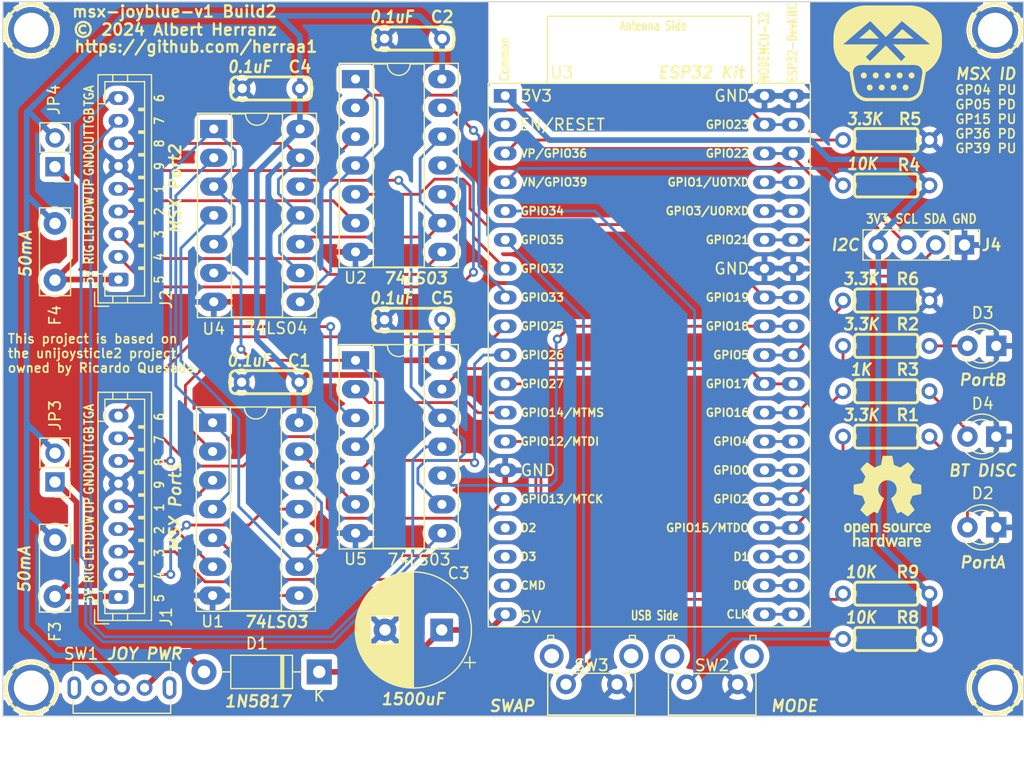
<source format=kicad_pcb>
(kicad_pcb (version 20221018) (generator pcbnew)
  (title_block (title "msx-joyblue: A Bluetooth controller adapter for MSX") (date "2024-02-08") (rev "v1 Build2") (company "Albert Herranz"))
  (layers (0 "F.Cu" signal) (31 "B.Cu" signal) (34 "B.Paste" user) (35 "F.Paste" user) (36 "B.SilkS" user "B.Silkscreen") (37 "F.SilkS" user "F.Silkscreen") (38 "B.Mask" user) (39 "F.Mask" user) (44 "Edge.Cuts" user))
  (net 0 "")
  (net 1 "GND")
  (net 2 "/J1_PWR")
  (net 3 "/J1_RIGHT")
  (net 4 "/J1_LEFT")
  (net 5 "/J1_DOWN")
  (net 6 "/J1_UP")
  (net 7 "/J1_OUT")
  (net 8 "/J1_TRIGB")
  (net 9 "/J1_TRIGA")
  (net 10 "/J2_PWR")
  (net 11 "/J2_RIGHT")
  (net 12 "/J2_LEFT")
  (net 13 "/J2_DOWN")
  (net 14 "/J2_UP")
  (net 15 "/J2_OUT")
  (net 16 "/J2_TRIGB")
  (net 17 "/J2_TRIGA")
  (net 18 "GPIO_J1_UP")
  (net 19 "GPIO_J1_DOWN")
  (net 20 "GPIO_J1_LEFT")
  (net 21 "GPIO_J1_RIGHT")
  (net 22 "GPIO_J1_TRIGA")
  (net 23 "GPIO_J1_TRIGB")
  (net 24 "GPIO_J2_UP")
  (net 25 "GPIO_J2_DOWN")
  (net 26 "GPIO_J2_LEFT")
  (net 27 "GPIO_J2_RIGHT")
  (net 28 "GPIO_J2_TRIGA")
  (net 29 "GPIO_J2_TRIGB")
  (net 31 "I2C_SDA")
  (net 35 "/JOY_5V")
  (net 36 "unconnected-(U3-SD_CLK{slash}GPIO6-Pad20)")
  (net 37 "unconnected-(U3-SD_DATA0{slash}GPIO7-Pad21)")
  (net 38 "unconnected-(U3-SD_DATA1{slash}GPIO8-Pad22)")
  (net 39 "unconnected-(U3-GPIO0{slash}BOOT{slash}ADC2_CH1-Pad25)")
  (net 40 "unconnected-(U3-U0RXD{slash}GPIO3-Pad34)")
  (net 41 "unconnected-(U3-U0TXD{slash}GPIO1-Pad35)")
  (net 42 "I2C_SCL")
  (net 43 "/EXT_5V")
  (net 44 "/JOY_EXT_5V")
  (net 46 "GPIO_BOOTSTRAP_15_LED_J1")
  (net 47 "GPIO_LED_J2")
  (net 48 "GPIO_BOOTSTRAP_04")
  (net 49 "GPIO_LED_BT")
  (net 50 "GPIO_SWITCH_USER2")
  (net 51 "GPIO_SWITCH_USER1")
  (net 52 "GPIO_39")
  (net 53 "GPIO_36")
  (net 54 "Net-(D2-A)")
  (net 55 "Net-(D3-A)")
  (net 56 "Net-(D4-A)")
  (net 57 "+3V3")
  (net 58 "GPIO_BOOTSTRAP_05")
  (net 59 "/~{J1_OUT_1}")
  (net 60 "/~{J1_OUT_2}")
  (net 61 "/~{J2_OUT_1}")
  (net 62 "/~{J2_OUT_2}")
  (net 63 "/~{J1_OUT_3}")
  (net 64 "/~{J2_OUT_3}")
  (footprint "Capacitor_THT:C_Disc_D7.5mm_W2.5mm_P5.00mm" (layer "F.Cu") (at 103.8 126.9 90)
    (fp_text reference "F3")
    (fp_text value "50mA")
  )
  (footprint "My_Components:Res_762" (layer "F.Cu") (at 177.1 126.65 180)
    (fp_text reference "R9")
    (fp_text value "10K")
  )
  (footprint "My_Components:Hole_3mm" (layer "F.Cu") (at 101.7 134.95)
    (fp_text reference "HOLE2" hide)
    (fp_text value "HOLE" hide)
  )
  (footprint "My_Components:Hole_3mm" (layer "F.Cu") (at 186.7 76.95)
    (fp_text reference "HOLE3" hide)
    (fp_text value "HOLE" hide)
  )
  (footprint "Capacitor_THT:C_Disc_D7.5mm_W2.5mm_P5.00mm" (layer "F.Cu") (at 103.8 99 90)
    (fp_text reference "F4")
    (fp_text value "50mA")
  )
  (footprint "Connector_PinHeader_2.54mm:PinHeader_1x02_P2.54mm_Vertical" (layer "F.Cu") (at 103.8 116.8 180)
    (fp_text reference "JP3")
    (fp_text value "J1 Fuse Bypass" hide)
  )
  (footprint "Symbol:OSHW-Logo_7.5x8mm_SilkScreen" (layer "F.Cu") (at 177.2 118.5)
    (fp_text reference "SYM1" hide)
    (fp_text value "Logo_Open_Hardware_Large" hide)
  )
  (footprint "Connector_PinHeader_2.54mm:PinHeader_1x04_P2.54mm_Vertical" (layer "F.Cu") (at 184 95.9 -90)
    (fp_text reference "J4")
    (fp_text value "I2C")
  )
  (footprint "Connector_JST:JST_PH_B9B-PH-K_1x09_P2.00mm_Vertical" (layer "F.Cu") (at 109.4 126.95 90)
    (fp_text reference "J1")
    (fp_text value "MSX Port1")
  )
  (footprint "My_Components:Res_762" (layer "F.Cu") (at 177.1 86.65)
    (fp_text reference "R5")
    (fp_text value "3.3K")
  )
  (footprint "Connector_PinHeader_2.54mm:PinHeader_1x02_P2.54mm_Vertical" (layer "F.Cu") (at 103.8 89 180)
    (fp_text reference "JP4")
    (fp_text value "J2 Fuse Bypass" hide)
  )
  (footprint "My_Components:Res_762" (layer "F.Cu") (at 177.1 130.65 180)
    (fp_text reference "R8")
    (fp_text value "10K")
  )
  (footprint "My_Components:X-NodeMCU-32-plus-ESP32-DevKitC" (layer "F.Cu") (at 143.5 82.75)
    (fp_text reference "U3")
    (fp_text value "ESP32 Kit")
  )
  (footprint "Button_Switch_THT:SW_Tactile_SPST_Angled_PTS645Vx39-2LFS" (layer "F.Cu") (at 153.36 134.64 180)
    (fp_text reference "SW3")
    (fp_text value "SWAP")
  )
  (footprint "My_Components:Hole_3mm" (layer "F.Cu") (at 186.7 134.95)
    (fp_text reference "HOLE4" hide)
    (fp_text value "HOLE" hide)
  )
  (footprint "Button_Switch_THT:SW_Tactile_SPST_Angled_PTS645Vx39-2LFS" (layer "F.Cu") (at 164 134.65 180)
    (fp_text reference "SW2")
    (fp_text value "MODE")
  )
  (footprint "My_Components:Hole_3mm" (layer "F.Cu") (at 101.7 76.95)
    (fp_text reference "HOLE1" hide)
    (fp_text value "HOLE" hide)
  )
  (footprint "My_Components:Res_762" (layer "F.Cu") (at 177.1 108.8 180)
    (fp_text reference "R3")
    (fp_text value "1K")
  )
  (footprint "My_Components:Res_762" (layer "F.Cu") (at 177.1 112.8 180)
    (fp_text reference "R1")
    (fp_text value "3.3K")
  )
  (footprint "Diode_THT:D_DO-41_SOD81_P10.16mm_Horizontal" (layer "F.Cu") (at 127.1 133.55 180)
    (fp_text reference "D1")
    (fp_text value "1N5817")
  )
  (footprint "My_Components:Cap_Cer_508" (layer "F.Cu") (at 137.94 77.7 180)
    (fp_text reference "C2")
    (fp_text value "0.1uF")
  )
  (footprint "Package_DIP:DIP-14_W7.62mm_Socket_LongPads" (layer "F.Cu") (at 117.7 111.575)
    (fp_text reference "U1")
    (fp_text value "74LS03")
  )
  (footprint "My_Components:Cap_Cer_508" (layer "F.Cu") (at 125.4 82.1 180)
    (fp_text reference "C4")
    (fp_text value "0.1uF")
  )
  (footprint "My_Components:Res_762" (layer "F.Cu") (at 177.1 104.8 180)
    (fp_text reference "R2")
    (fp_text value "3.3K")
  )
  (footprint "My_Components:Res_762" (layer "F.Cu") (at 177.1 100.8)
    (fp_text reference "R6")
    (fp_text value "3.3K")
  )
  (footprint "Connector_JST:JST_PH_B9B-PH-K_1x09_P2.00mm_Vertical" (layer "F.Cu") (at 109.4 98.95 90)
    (fp_text reference "J2")
    (fp_text value "MSX Port2")
  )
  (footprint "My_Components:SW_SK-12D07G6-1P2T-6mm" (layer "F.Cu") (at 107.7 134.95)
    (fp_text reference "SW1")
    (fp_text value "JOY PWR")
  )
  (footprint "My_Components:Res_762" (layer "F.Cu") (at 177.1 90.65)
    (fp_text reference "R4")
    (fp_text value "10K")
  )
  (footprint "Package_DIP:DIP-14_W7.62mm_Socket_LongPads" (layer "F.Cu") (at 117.8 85.675)
    (fp_text reference "U4")
    (fp_text value "74LS04")
  )
  (footprint "LED_THT:LED_D3.0mm" (layer "F.Cu") (at 186.8 120.8 180)
    (fp_text reference "D2")
    (fp_text value "PortA")
  )
  (footprint "Package_DIP:DIP-14_W7.62mm_Socket_LongPads" (layer "F.Cu") (at 130.3 81.275)
    (fp_text reference "U2")
    (fp_text value "74LS03")
  )
  (footprint "Package_DIP:DIP-14_W7.62mm_Socket_LongPads" (layer "F.Cu") (at 130.3 106.075)
    (fp_text reference "U5")
    (fp_text value "74LS03")
  )
  (footprint "My_Components:Cap_Cer_508" (layer "F.Cu") (at 137.94 102.5 180)
    (fp_text reference "C5")
    (fp_text value "0.1uF")
  )
  (footprint "Capacitor_THT:CP_Radial_D10.0mm_P5.00mm" (layer "F.Cu") (at 137.89936 129.85 180)
    (fp_text reference "C3")
    (fp_text value "1500uF")
  )
  (footprint "LED_THT:LED_D3.0mm" (layer "F.Cu") (at 186.8 112.8 180)
    (fp_text reference "D4")
    (fp_text value "BT DISC")
  )
  (footprint "My_Components:Cap_Cer_508" (layer "F.Cu") (at 125.34 108 180)
    (fp_text reference "C1")
    (fp_text value "0.1uF")
  )
  (footprint "LED_THT:LED_D3.0mm" (layer "F.Cu") (at 186.8 104.8 180)
    (fp_text reference "D3")
    (fp_text value "PortB")
  )
  (gr_line (start 175.057798 83.022107) (end 175.105682 83.037264) (stroke (width 0.286419)) (layer "F.SilkS"))
  (gr_line (start 174.964014 82.985554) (end 175.010551 83.00485) (stroke (width 0.286419)) (layer "F.SilkS"))
  (gr_line (start 179.806944 79.908997) (end 179.760575 79.900523) (stroke (width 0.286419)) (layer "F.SilkS"))
  (gr_line (start 174.312185 82.313382) (end 174.331304 82.35972) (stroke (width 0.286419)) (layer "F.SilkS"))
  (gr_line (start 175.203064 83.061026) (end 175.252417 83.069509) (stroke (width 0.286419)) (layer "F.SilkS"))
  (gr_line (start 174.105739 80.313412) (end 174.087205 80.352356) (stroke (width 0.286419)) (layer "F.SilkS"))
  (gr_line (start 174.739812 79.894393) (end 174.692281 79.900523) (stroke (width 0.286419)) (layer "F.SilkS"))
  (gr_line (start 179.623395 82.916044) (end 179.708244 82.860637) (stroke (width 0.286419)) (layer "F.SilkS"))
  (gr_line (start 174.400988 82.493276) (end 174.428079 82.53577) (stroke (width 0.286419)) (layer "F.SilkS"))
  (gr_line (start 174.375779 82.449729) (end 174.400988 82.493276) (stroke (width 0.286419)) (layer "F.SilkS"))
  (gr_line (start 179.995806 82.577149) (end 180.024711 82.53577) (stroke (width 0.286419)) (layer "F.SilkS"))
  (gr_line (start 180.051806 82.493276) (end 180.077019 82.449729) (stroke (width 0.286419)) (layer "F.SilkS"))
  (gr_line (start 179.788496 82.798551) (end 179.863565 82.730279) (stroke (width 0.286419)) (layer "F.SilkS"))
  (gr_line (start 174.838185 79.889416) (end 174.788463 79.890671) (stroke (width 0.286419)) (layer "F.SilkS"))
  (gr_line (start 180.057612 80.005654) (end 180.01937 79.984398) (stroke (width 0.286419)) (layer "F.SilkS"))
  (gr_line (start 180.347123 80.313412) (end 180.326545 80.275769) (stroke (width 0.286419)) (layer "F.SilkS"))
  (gr_line (start 180.43169 80.751255) (end 180.433923 80.703367) (stroke (width 0.286419)) (layer "F.SilkS"))
  (gr_line (start 174.056491 80.433901) (end 174.044414 80.476379) (stroke (width 0.286419)) (layer "F.SilkS"))
  (gr_line (start 180.279447 80.204631) (end 180.253029 80.171258) (stroke (width 0.286419)) (layer "F.SilkS"))
  (gr_line (start 174.323456 80.05385) (end 174.289971 80.080667) (stroke (width 0.286419)) (layer "F.SilkS"))
  (gr_line (start 174.033333 80.849027) (end 174.258204 82.120575) (stroke (width 0.286419)) (layer "F.SilkS"))
  (gr_line (start 174.289971 80.080667) (end 174.258175 80.109215) (stroke (width 0.286419)) (layer "F.SilkS"))
  (gr_line (start 174.126323 80.275769) (end 174.105739 80.313412) (stroke (width 0.286419)) (layer "F.SilkS"))
  (gr_line (start 179.614629 79.889416) (end 174.838185 79.889416) (stroke (width 0.286419)) (layer "F.SilkS"))
  (gr_poly (pts (xy 177.237485 80.739204) (xy 177.248346 80.74003) (xy 177.25905 80.741391) (xy 177.269582 80.743272) (xy 177.27993 80.74566) (xy 177.290079 80.748543) (xy 177.300016 80.751906) (xy 177.309729 80.755736) (xy 177.319203 80.760019) (xy 177.328424 80.764743) (xy 177.337381 80.769894) (xy 177.346058 80.775458) (xy 177.354444 80.781421) (xy 177.362523 80.787771) (xy 177.370284 80.794495) (xy 177.377711 80.801577) (xy 177.384793 80.809006) (xy 177.391515 80.816767) (xy 177.397864 80.824848) (xy 177.403827 80.833235) (xy 177.40939 80.841913) (xy 177.41454 80.850871) (xy 177.419263 80.860094) (xy 177.423546 80.869569) (xy 177.427376 80.879283) (xy 177.430738 80.889222) (xy 177.43362 80.899373) (xy 177.436009 80.909722) (xy 177.43789 80.920255) (xy 177.43925 80.93096) (xy 177.440076 80.941823) (xy 177.440354 80.952831) (xy 177.440076 80.963838) (xy 177.43925 80.974701) (xy 177.43789 80.985406) (xy 177.436009 80.99594) (xy 177.43362 81.006289) (xy 177.430738 81.01644) (xy 177.427376 81.026378) (xy 177.423546 81.036092) (xy 177.419263 81.045567) (xy 177.41454 81.05479) (xy 177.40939 81.063748) (xy 177.403827 81.072427) (xy 177.397864 81.080813) (xy 177.391515 81.088894) (xy 177.384793 81.096655) (xy 177.377711 81.104084) (xy 177.370284 81.111167) (xy 177.362523 81.11789) (xy 177.354444 81.12424) (xy 177.346058 81.130204) (xy 177.337381 81.135768) (xy 177.328424 81.140918) (xy 177.319203 81.145642) (xy 177.309729 81.149926) (xy 177.300016 81.153756) (xy 177.290079 81.157119) (xy 177.27993 81.160001) (xy 177.269582 81.16239) (xy 177.25905 81.164271) (xy 177.248346 81.165631) (xy 177.237485 81.166457) (xy 177.226479 81.166735) (xy 177.215473 81.166457) (xy 177.204611 81.165631) (xy 177.193908 81.164271) (xy 177.183376 81.16239) (xy 177.173028 81.160001) (xy 177.162879 81.157119) (xy 177.152942 81.153756) (xy 177.143229 81.149926) (xy 177.133755 81.145642) (xy 177.124533 81.140918) (xy 177.115577 81.135768) (xy 177.106899 81.130204) (xy 177.098514 81.12424) (xy 177.090435 81.11789) (xy 177.082674 81.111167) (xy 177.075247 81.104084) (xy 177.068165 81.096655) (xy 177.061443 81.088894) (xy 177.055093 81.080813) (xy 177.04913 81.072427) (xy 177.043567 81.063748) (xy 177.038418 81.05479) (xy 177.033694 81.045567) (xy 177.029411 81.036092) (xy 177.025582 81.026378) (xy 177.022219 81.01644) (xy 177.019337 81.006289) (xy 177.016949 80.99594) (xy 177.015068 80.985406) (xy 177.013708 80.974701) (xy 177.012882 80.963838) (xy 177.012604 80.952831) (xy 177.012882 80.941823) (xy 177.013708 80.93096) (xy 177.015068 80.920255) (xy 177.016949 80.909722) (xy 177.019337 80.899373) (xy 177.022219 80.889222) (xy 177.025582 80.879283) (xy 177.029411 80.869569) (xy 177.033694 80.860094) (xy 177.038418 80.850871) (xy 177.043567 80.841913) (xy 177.04913 80.833235) (xy 177.055093 80.824848) (xy 177.061443 80.816767) (xy 177.068165 80.809006) (xy 177.075247 80.801577) (xy 177.082674 80.794495) (xy 177.090435 80.787771) (xy 177.098514 80.781421) (xy 177.106899 80.775458) (xy 177.115577 80.769894) (xy 177.124533 80.764743) (xy 177.133755 80.760019) (xy 177.143229 80.755736) (xy 177.152942 80.751906) (xy 177.162879 80.748543) (xy 177.173028 80.74566) (xy 177.183376 80.743272) (xy 177.193908 80.741391) (xy 177.204611 80.74003) (xy 177.215473 80.739204) (xy 177.226479 80.738926)) (stroke (width 0.095538)) (fill solid) (layer "F.SilkS"))
  (gr_line (start 174.258204 82.120575) (end 174.268178 82.169772) (stroke (width 0.286419)) (layer "F.SilkS"))
  (gr_line (start 174.087205 80.352356) (end 174.070771 80.39254) (stroke (width 0.286419)) (layer "F.SilkS"))
  (gr_line (start 180.426893 80.799828) (end 180.43169 80.751255) (stroke (width 0.286419)) (layer "F.SilkS"))
  (gr_line (start 180.365652 80.352356) (end 180.347123 80.313412) (stroke (width 0.286419)) (layer "F.SilkS"))
  (gr_line (start 179.979646 79.965119) (end 179.938489 79.947878) (stroke (width 0.286419)) (layer "F.SilkS"))
  (gr_line (start 174.173431 80.204631) (end 174.148904 80.239488) (stroke (width 0.286419)) (layer "F.SilkS"))
  (gr_poly (pts (xy 176.184117 80.739057) (xy 176.194986 80.739884) (xy 176.205697 80.741245) (xy 176.216236 80.743128) (xy 176.226591 80.745518) (xy 176.236747 80.748402) (xy 176.246691 80.751768) (xy 176.25641 80.7556) (xy 176.265891 80.759887) (xy 176.275119 80.764614) (xy 176.284082 80.769768) (xy 176.292765 80.775336) (xy 176.301156 80.781304) (xy 176.309241 80.787658) (xy 176.317007 80.794386) (xy 176.32444 80.801473) (xy 176.331526 80.808907) (xy 176.338253 80.816674) (xy 176.344607 80.82476) (xy 176.350574 80.833152) (xy 176.356141 80.841837) (xy 176.361294 80.850801) (xy 176.36602 80.860031) (xy 176.370306 80.869512) (xy 176.374139 80.879233) (xy 176.377503 80.889178) (xy 176.380387 80.899336) (xy 176.382777 80.909692) (xy 176.384659 80.920233) (xy 176.38602 80.930945) (xy 176.386847 80.941816) (xy 176.387125 80.952831) (xy 176.386847 80.963846) (xy 176.38602 80.974716) (xy 176.384659 80.985429) (xy 176.382777 80.99597) (xy 176.380387 81.006326) (xy 176.377503 81.016483) (xy 176.374139 81.026429) (xy 176.370306 81.036149) (xy 176.36602 81.045631) (xy 176.361294 81.054861) (xy 176.356141 81.063824) (xy 176.350574 81.072509) (xy 176.344607 81.080901) (xy 176.338253 81.088988) (xy 176.331526 81.096754) (xy 176.32444 81.104188) (xy 176.317007 81.111276) (xy 176.309241 81.118003) (xy 176.301156 81.124358) (xy 176.292765 81.130326) (xy 176.284082 81.135893) (xy 176.275119 81.141048) (xy 176.265891 81.145775) (xy 176.25641 81.150061) (xy 176.246691 81.153894) (xy 176.236747 81.157259) (xy 176.226591 81.160143) (xy 176.216236 81.162534) (xy 176.205697 81.164416) (xy 176.194986 81.165777) (xy 176.184117 81.166604) (xy 176.173103 81.166882) (xy 176.16209 81.166604) (xy 176.151221 81.165777) (xy 176.14051 81.164416) (xy 176.129971 81.162534) (xy 176.119616 81.160143) (xy 176.10946 81.157259) (xy 176.099516 81.153894) (xy 176.089797 81.150061) (xy 176.080316 81.145775) (xy 176.071088 81.141048) (xy 176.062125 81.135893) (xy 176.053442 81.130326) (xy 176.045051 81.124358) (xy 176.036966 81.118003) (xy 176.0292 81.111276) (xy 176.021767 81.104188) (xy 176.014681 81.096754) (xy 176.007954 81.088988) (xy 176.0016 81.080901) (xy 175.995633 81.072509) (xy 175.990066 81.063824) (xy 175.984913 81.054861) (xy 175.980187 81.045631) (xy 175.975901 81.036149) (xy 175.972069 81.026429) (xy 175.968704 81.016483) (xy 175.96582 81.006326) (xy 175.96343 80.99597) (xy 175.961548 80.985429) (xy 175.960187 80.974716) (xy 175.95936 80.963846) (xy 175.959082 80.952831) (xy 175.95936 80.941816) (xy 175.960187 80.930945) (xy 175.961548 80.920233) (xy 175.96343 80.909692) (xy 175.96582 80.899336) (xy 175.968704 80.889178) (xy 175.972069 80.879233) (xy 175.975901 80.869512) (xy 175.980187 80.860031) (xy 175.984913 80.850801) (xy 175.990066 80.841837) (xy 175.995633 80.833152) (xy 176.0016 80.82476) (xy 176.007954 80.816674) (xy 176.014681 80.808907) (xy 176.021767 80.801473) (xy 176.0292 80.794386) (xy 176.036966 80.787658) (xy 176.045051 80.781304) (xy 176.053442 80.775336) (xy 176.062125 80.769768) (xy 176.071088 80.764614) (xy 176.080316 80.759887) (xy 176.089797 80.7556) (xy 176.099516 80.751768) (xy 176.10946 80.748402) (xy 176.119616 80.745518) (xy 176.129971 80.743128) (xy 176.14051 80.741245) (xy 176.151221 80.739884) (xy 176.16209 80.739057) (xy 176.173103 80.738779)) (stroke (width 0.095538)) (fill solid) (layer "F.SilkS"))
  (gr_poly (pts (xy 175.657352 81.803578) (xy 175.668217 81.804404) (xy 175.678925 81.805765) (xy 175.689461 81.807647) (xy 175.699811 81.810036) (xy 175.709964 81.81292) (xy 175.719905 81.816284) (xy 175.729621 81.820115) (xy 175.739098 81.8244) (xy 175.748323 81.829126) (xy 175.757282 81.834278) (xy 175.765963 81.839844) (xy 175.774351 81.845809) (xy 175.782433 81.852162) (xy 175.790197 81.858887) (xy 175.797627 81.865972) (xy 175.804711 81.873404) (xy 175.811435 81.881168) (xy 175.817787 81.889251) (xy 175.823752 81.897641) (xy 175.829317 81.906322) (xy 175.834468 81.915283) (xy 175.839193 81.92451) (xy 175.843478 81.933988) (xy 175.847309 81.943705) (xy 175.850672 81.953647) (xy 175.853555 81.963801) (xy 175.855944 81.974154) (xy 175.857826 81.984691) (xy 175.859186 81.9954) (xy 175.860012 82.006267) (xy 175.860291 82.017278) (xy 175.860012 82.028289) (xy 175.859186 82.039156) (xy 175.857826 82.049865) (xy 175.855944 82.060402) (xy 175.853555 82.070754) (xy 175.850672 82.080908) (xy 175.847309 82.090851) (xy 175.843478 82.100568) (xy 175.839193 82.110046) (xy 175.834468 82.119273) (xy 175.829317 82.128233) (xy 175.823752 82.136915) (xy 175.817787 82.145304) (xy 175.811435 82.153388) (xy 175.804711 82.161152) (xy 175.797627 82.168583) (xy 175.790197 82.175668) (xy 175.782433 82.182394) (xy 175.774351 82.188746) (xy 175.765963 82.194712) (xy 175.757282 82.200278) (xy 175.748323 82.20543) (xy 175.739098 82.210155) (xy 175.729621 82.21444) (xy 175.719905 82.218272) (xy 175.709964 82.221636) (xy 175.699811 82.224519) (xy 175.689461 82.226909) (xy 175.678925 82.22879) (xy 175.668217 82.230151) (xy 175.657352 82.230977) (xy 175.646342 82.231256) (xy 175.635333 82.230977) (xy 175.624467 82.230151) (xy 175.61376 82.22879) (xy 175.603224 82.226909) (xy 175.592873 82.224519) (xy 175.582721 82.221636) (xy 175.57278 82.218272) (xy 175.563064 82.21444) (xy 175.553587 82.210155) (xy 175.544362 82.20543) (xy 175.535402 82.200278) (xy 175.526722 82.194712) (xy 175.518334 82.188746) (xy 175.510251 82.182394) (xy 175.502488 82.175668) (xy 175.495058 82.168583) (xy 175.487974 82.161152) (xy 175.481249 82.153388) (xy 175.474898 82.145304) (xy 175.468933 82.136915) (xy 175.463368 82.128233) (xy 175.458216 82.119273) (xy 175.453492 82.110046) (xy 175.449207 82.100568) (xy 175.445376 82.090851) (xy 175.442013 82.080908) (xy 175.43913 82.070754) (xy 175.436741 82.060402) (xy 175.434859 82.049865) (xy 175.433499 82.039156) (xy 175.432672 82.028289) (xy 175.432394 82.017278) (xy 175.432672 82.006267) (xy 175.433499 81.9954) (xy 175.434859 81.984691) (xy 175.436741 81.974154) (xy 175.43913 81.963801) (xy 175.442013 81.953647) (xy 175.445376 81.943705) (xy 175.449207 81.933988) (xy 175.453492 81.92451) (xy 175.458216 81.915283) (xy 175.463368 81.906322) (xy 175.468933 81.897641) (xy 175.474898 81.889251) (xy 175.481249 81.881168) (xy 175.487974 81.873404) (xy 175.495058 81.865972) (xy 175.502488 81.858887) (xy 175.510251 81.852162) (xy 175.518334 81.845809) (xy 175.526722 81.839844) (xy 175.535402 81.834278) (xy 175.544362 81.829126) (xy 175.553587 81.8244) (xy 175.563064 81.820115) (xy 175.57278 81.816284) (xy 175.582721 81.81292) (xy 175.592873 81.810036) (xy 175.603224 81.807647) (xy 175.61376 81.805765) (xy 175.624467 81.804404) (xy 175.635333 81.803578) (xy 175.646342 81.803299)) (stroke (width 0.095538)) (fill solid) (layer "F.SilkS"))
  (gr_line (start 174.600788 79.919756) (end 174.556929 79.932736) (stroke (width 0.286419)) (layer "F.SilkS"))
  (gr_line (start 174.692281 79.900523) (end 174.645922 79.908997) (stroke (width 0.286419)) (layer "F.SilkS"))
  (gr_line (start 179.760575 79.900523) (end 179.713032 79.894393) (stroke (width 0.286419)) (layer "F.SilkS"))
  (gr_line (start 174.395283 80.005654) (end 174.358577 80.028825) (stroke (width 0.286419)) (layer "F.SilkS"))
  (gr_line (start 180.326545 80.275769) (end 180.303969 80.239488) (stroke (width 0.286419)) (layer "F.SilkS"))
  (gr_line (start 180.425751 80.564439) (end 180.418242 80.519912) (stroke (width 0.286419)) (layer "F.SilkS"))
  (gr_line (start 179.534535 82.96428) (end 179.623395 82.916044) (stroke (width 0.286419)) (layer "F.SilkS"))
  (gr_line (start 179.150725 83.075645) (end 179.200414 83.069509) (stroke (width 0.286419)) (layer "F.SilkS"))
  (gr_line (start 180.162922 80.080667) (end 180.129439 80.05385) (stroke (width 0.286419)) (layer "F.SilkS"))
  (gr_line (start 175.154128 83.050257) (end 175.203064 83.061026) (stroke (width 0.286419)) (layer "F.SilkS"))
  (gr_line (start 174.553809 82.693977) (end 174.589216 82.730279) (stroke (width 0.286419)) (layer "F.SilkS"))
  (gr_line (start 179.050611 83.080628) (end 179.100766 83.079372) (stroke (width 0.286419)) (layer "F.SilkS"))
  (gr_line (start 180.01937 79.984398) (end 179.979646 79.965119) (stroke (width 0.286419)) (layer "F.SilkS"))
  (gr_poly (pts (xy 179.344169 80.739057) (xy 179.355038 80.739884) (xy 179.365749 80.741245) (xy 179.376289 80.743128) (xy 179.386643 80.745518) (xy 179.396799 80.748402) (xy 179.406744 80.751768) (xy 179.416463 80.7556) (xy 179.425943 80.759887) (xy 179.435171 80.764614) (xy 179.444134 80.769768) (xy 179.452818 80.775336) (xy 179.461209 80.781304) (xy 179.469294 80.787658) (xy 179.477059 80.794386) (xy 179.484492 80.801473) (xy 179.491579 80.808907) (xy 179.498306 80.816674) (xy 179.504659 80.82476) (xy 179.510626 80.833152) (xy 179.516193 80.841837) (xy 179.521346 80.850801) (xy 179.526073 80.860031) (xy 179.530359 80.869512) (xy 179.534191 80.879233) (xy 179.537556 80.889178) (xy 179.54044 80.899336) (xy 179.54283 80.909692) (xy 179.544712 80.920233) (xy 179.546073 80.930945) (xy 179.546899 80.941816) (xy 179.547178 80.952831) (xy 179.546899 80.963846) (xy 179.546073 80.974716) (xy 179.544712 80.985429) (xy 179.54283 80.99597) (xy 179.54044 81.006326) (xy 179.537556 81.016483) (xy 179.534191 81.026429) (xy 179.530359 81.036149) (xy 179.526073 81.045631) (xy 179.521346 81.054861) (xy 179.516193 81.063824) (xy 179.510626 81.072509) (xy 179.504659 81.080901) (xy 179.498306 81.088988) (xy 179.491579 81.096754) (xy 179.484492 81.104188) (xy 179.477059 81.111276) (xy 179.469294 81.118003) (xy 179.461209 81.124358) (xy 179.452818 81.130326) (xy 179.444134 81.135893) (xy 179.435171 81.141048) (xy 179.425943 81.145775) (xy 179.416463 81.150061) (xy 179.406744 81.153894) (xy 179.396799 81.157259) (xy 179.386643 81.160143) (xy 179.376289 81.162534) (xy 179.365749 81.164416) (xy 179.355038 81.165777) (xy 179.344169 81.166604) (xy 179.333156 81.166882) (xy 179.322142 81.166604) (xy 179.311273 81.165777) (xy 179.300562 81.164416) (xy 179.290023 81.162534) (xy 179.279668 81.160143) (xy 179.269512 81.157259) (xy 179.259568 81.153894) (xy 179.249849 81.150061) (xy 179.240368 81.145775) (xy 179.23114 81.141048) (xy 179.222178 81.135893) (xy 179.213494 81.130326) (xy 179.205103 81.124358) (xy 179.197018 81.118003) (xy 179.189252 81.111276) (xy 179.18182 81.104188) (xy 179.174733 81.096754) (xy 179.168006 81.088988) (xy 179.161653 81.080901) (xy 179.155686 81.072509) (xy 179.150119 81.063824) (xy 179.144965 81.054861) (xy 179.140239 81.045631) (xy 179.135953 81.036149) (xy 179.132121 81.026429) (xy 179.128756 81.016483) (xy 179.125872 81.006326) (xy 179.123482 80.99597) (xy 179.1216 80.985429) (xy 179.120239 80.974716) (xy 179.119413 80.963846) (xy 179.119134 80.952831) (xy 179.119413 80.941816) (xy 179.120239 80.930945) (xy 179.1216 80.920233) (xy 179.123482 80.909692) (xy 179.125872 80.899336) (xy 179.128756 80.889178) (xy 179.132121 80.879233) (xy 179.135953 80.869512) (xy 179.140239 80.860031) (xy 179.144965 80.850801) (xy 179.150119 80.841837) (xy 179.155686 80.833152) (xy 179.161653 80.82476) (xy 179.168006 80.816674) (xy 179.174733 80.808907) (xy 179.18182 80.801473) (xy 179.189252 80.794386) (xy 179.197018 80.787658) (xy 179.205103 80.781304) (xy 179.213494 80.775336) (xy 179.222178 80.769768) (xy 179.23114 80.764614) (xy 179.240368 80.759887) (xy 179.249849 80.7556) (xy 179.259568 80.751768) (xy 179.269512 80.748402) (xy 179.279668 80.745518) (xy 179.290023 80.743128) (xy 179.300562 80.741245) (xy 179.311273 80.739884) (xy 179.322142 80.739057) (xy 179.333156 80.738779)) (stroke (width 0.095538)) (fill solid) (layer "F.SilkS"))
  (gr_poly (pts (xy 178.290685 80.739094) (xy 178.301554 80.739921) (xy 178.312265 80.741283) (xy 178.322805 80.743165) (xy 178.333159 80.745556) (xy 178.343314 80.748441) (xy 178.353258 80.751808) (xy 178.362976 80.755641) (xy 178.372455 80.759929) (xy 178.381682 80.764657) (xy 178.390643 80.769812) (xy 178.399325 80.775381) (xy 178.407714 80.781351) (xy 178.415798 80.787706) (xy 178.423561 80.794436) (xy 178.430992 80.801525) (xy 178.438077 80.80896) (xy 178.444802 80.816728) (xy 178.451153 80.824816) (xy 178.457118 80.83321) (xy 178.462683 80.841896) (xy 178.467835 80.850862) (xy 178.47256 80.860093) (xy 178.476844 80.869576) (xy 178.480675 80.879298) (xy 178.484038 80.889245) (xy 178.486921 80.899404) (xy 178.48931 80.909761) (xy 178.491191 80.920303) (xy 178.492551 80.931017) (xy 178.493377 80.941888) (xy 178.493656 80.952904) (xy 178.493377 80.963917) (xy 178.492551 80.974785) (xy 178.491191 80.985494) (xy 178.48931 80.996032) (xy 178.486921 81.006385) (xy 178.484038 81.01654) (xy 178.480675 81.026483) (xy 178.476844 81.0362) (xy 178.47256 81.045679) (xy 178.467835 81.054905) (xy 178.462683 81.063866) (xy 178.457118 81.072547) (xy 178.451153 81.080937) (xy 178.444802 81.08902) (xy 178.438077 81.096784) (xy 178.430992 81.104215) (xy 178.423561 81.111299) (xy 178.415798 81.118025) (xy 178.407714 81.124376) (xy 178.399325 81.130342) (xy 178.390643 81.135907) (xy 178.381682 81.141059) (xy 178.372455 81.145784) (xy 178.362976 81.150069) (xy 178.353258 81.1539) (xy 178.343314 81.157263) (xy 178.333159 81.160147) (xy 178.322805 81.162536) (xy 178.312265 81.164417) (xy 178.301554 81.165778) (xy 178.290685 81.166604) (xy 178.27967 81.166882) (xy 178.268673 81.166604) (xy 178.257818 81.165778) (xy 178.24712 81.164417) (xy 178.236592 81.162536) (xy 178.226248 81.160147) (xy 178.216102 81.157263) (xy 178.206166 81.1539) (xy 178.196454 81.150069) (xy 178.18698 81.145784) (xy 178.177758 81.141059) (xy 178.1688 81.135907) (xy 178.16012 81.130342) (xy 178.151732 81.124376) (xy 178.14365 81.118025) (xy 178.135886 81.111299) (xy 178.128454 81.104215) (xy 178.121369 81.096784) (xy 178.114642 81.08902) (xy 178.108289 81.080937) (xy 178.102321 81.072547) (xy 178.096754 81.063866) (xy 178.091599 81.054905) (xy 178.086872 81.045679) (xy 178.082585 81.0362) (xy 178.078751 81.026483) (xy 178.075385 81.01654) (xy 178.0725 81.006385) (xy 178.070109 80.996032) (xy 178.068226 80.985494) (xy 178.066864 80.974785) (xy 178.066037 80.963917) (xy 178.065759 80.952904) (xy 178.066037 80.941888) (xy 178.066864 80.931017) (xy 178.068226 80.920303) (xy 178.070109 80.909761) (xy 178.0725 80.899404) (xy 178.075385 80.889245) (xy 178.078751 80.879298) (xy 178.082585 80.869576) (xy 178.086872 80.860093) (xy 178.091599 80.850862) (xy 178.096754 80.841897) (xy 178.102321 80.83321) (xy 178.108289 80.824816) (xy 178.114642 80.816729) (xy 178.121369 80.80896) (xy 178.128454 80.801525) (xy 178.135886 80.794436) (xy 178.14365 80.787707) (xy 178.151732 80.781351) (xy 178.16012 80.775381) (xy 178.1688 80.769812) (xy 178.177758 80.764657) (xy 178.18698 80.759929) (xy 178.196454 80.755641) (xy 178.206166 80.751808) (xy 178.216102 80.748441) (xy 178.226248 80.745556) (xy 178.236592 80.743165) (xy 178.24712 80.741283) (xy 178.257818 80.739921) (xy 178.268673 80.739094) (xy 178.27967 80.738815)) (stroke (width 0.095538)) (fill solid) (layer "F.SilkS"))
  (gr_line (start 180.194646 82.120575) (end 180.41948 80.849027) (stroke (width 0.286419)) (layer "F.SilkS"))
  (gr_line (start 174.428079 82.53577) (end 174.45698 82.577149) (stroke (width 0.286419)) (layer "F.SilkS"))
  (gr_line (start 174.91826 82.96428) (end 174.964014 82.985554) (stroke (width 0.286419)) (layer "F.SilkS"))
  (gr_line (start 174.295242 82.266237) (end 174.312185 82.313382) (stroke (width 0.286419)) (layer "F.SilkS"))
  (gr_line (start 174.519919 82.656314) (end 174.553809 82.693977) (stroke (width 0.286419)) (layer "F.SilkS"))
  (gr_poly (pts (xy 178.817583 81.803541) (xy 178.828442 81.804367) (xy 178.839142 81.805728) (xy 178.849671 81.807609) (xy 178.860015 81.809998) (xy 178.870161 81.812881) (xy 178.880094 81.816244) (xy 178.889803 81.820075) (xy 178.899272 81.824359) (xy 178.90849 81.829084) (xy 178.917441 81.834235) (xy 178.926114 81.839799) (xy 178.934495 81.845764) (xy 178.94257 81.852114) (xy 178.950325 81.858838) (xy 178.957748 81.865921) (xy 178.964825 81.87335) (xy 178.971543 81.881112) (xy 178.977888 81.889193) (xy 178.983846 81.89758) (xy 178.989405 81.906259) (xy 178.994551 81.915216) (xy 178.999271 81.924439) (xy 179.00355 81.933914) (xy 179.007376 81.943628) (xy 179.010736 81.953566) (xy 179.013616 81.963716) (xy 179.016002 81.974064) (xy 179.017881 81.984596) (xy 179.01924 81.9953) (xy 179.020065 82.006162) (xy 179.020343 82.017167) (xy 179.020065 82.028177) (xy 179.01924 82.039041) (xy 179.017881 82.049748) (xy 179.016002 82.060283) (xy 179.013616 82.070634) (xy 179.010736 82.080786) (xy 179.007376 82.090726) (xy 179.00355 82.100442) (xy 178.999271 82.109918) (xy 178.994551 82.119143) (xy 178.989405 82.128102) (xy 178.983846 82.136782) (xy 178.977888 82.14517) (xy 178.971543 82.153252) (xy 178.964825 82.161015) (xy 178.957748 82.168445) (xy 178.950325 82.175529) (xy 178.94257 82.182254) (xy 178.934495 82.188605) (xy 178.926114 82.19457) (xy 178.917441 82.200135) (xy 178.90849 82.205286) (xy 178.899272 82.210011) (xy 178.889803 82.214295) (xy 178.880094 82.218126) (xy 178.870161 82.22149) (xy 178.860015 82.224373) (xy 178.849671 82.226762) (xy 178.839142 82.228643) (xy 178.828442 82.230004) (xy 178.817583 82.23083) (xy 178.806579 82.231108) (xy 178.795558 82.23083) (xy 178.784684 82.230004) (xy 178.773969 82.228643) (xy 178.763427 82.226762) (xy 178.753071 82.224373) (xy 178.742914 82.22149) (xy 178.732971 82.218126) (xy 178.723254 82.214295) (xy 178.713776 82.210011) (xy 178.704552 82.205286) (xy 178.695594 82.200135) (xy 178.686915 82.19457) (xy 178.67853 82.188605) (xy 178.670451 82.182254) (xy 178.662692 82.175529) (xy 178.655266 82.168445) (xy 178.648187 82.161015) (xy 178.641467 82.153252) (xy 178.635121 82.14517) (xy 178.629162 82.136782) (xy 178.623602 82.128102) (xy 178.618456 82.119143) (xy 178.613736 82.109918) (xy 178.609457 82.100442) (xy 178.605631 82.090726) (xy 178.602271 82.080786) (xy 178.599392 82.070634) (xy 178.597007 82.060283) (xy 178.595128 82.049748) (xy 178.59377 82.039041) (xy 178.592945 82.028177) (xy 178.592667 82.017167) (xy 178.592945 82.006165) (xy 178.59377 81.995306) (xy 178.595129 81.984605) (xy 178.597008 81.974074) (xy 178.599395 81.963728) (xy 178.602275 81.95358) (xy 178.605635 81.943642) (xy 178.609462 81.93393) (xy 178.613743 81.924456) (xy 178.618463 81.915233) (xy 178.623611 81.906275) (xy 178.629171 81.897596) (xy 178.635132 81.889209) (xy 178.641479 81.881128) (xy 178.6482 81.873365) (xy 178.65528 81.865935) (xy 178.662707 81.858851) (xy 178.670466 81.852126) (xy 178.678546 81.845775) (xy 178.686931 81.839809) (xy 178.69561 81.834243) (xy 178.704568 81.829091) (xy 178.713792 81.824366) (xy 178.723269 81.82008) (xy 178.732986 81.816249) (xy 178.742928 81.812884) (xy 178.753083 81.81) (xy 178.763437 81.807611) (xy 178.773977 81.805729) (xy 178.78469 81.804367) (xy 178.795561 81.803541) (xy 178.806579 81.803262)) (stroke (width 0.095538)) (fill solid) (layer "F.SilkS"))
  (gr_line (start 174.034592 80.519912) (end 174.027078 80.564439) (stroke (width 0.286419)) (layer "F.SilkS"))
  (gr_line (start 174.703801 82.830398) (end 174.74454 82.860637) (stroke (width 0.286419)) (layer "F.SilkS"))
  (gr_poly (pts (xy 179.518329 77.693461) (xy 177.675485 77.693461) (xy 178.511997 76.862397)) (fill solid) (layer "F.SilkS"))
  (gr_line (start 174.873362 82.941089) (end 174.91826 82.96428) (stroke (width 0.286419)) (layer "F.SilkS"))
  (gr_line (start 180.396354 80.433901) (end 180.382079 80.39254) (stroke (width 0.286419)) (layer "F.SilkS"))
  (gr_line (start 180.408426 80.476379) (end 180.396354 80.433901) (stroke (width 0.286419)) (layer "F.SilkS"))
  (gr_line (start 179.100766 83.079372) (end 179.150725 83.075645) (stroke (width 0.286419)) (layer "F.SilkS"))
  (gr_line (start 174.021125 80.751255) (end 174.025921 80.799828) (stroke (width 0.286419)) (layer "F.SilkS"))
  (gr_line (start 174.148904 80.239488) (end 174.126323 80.275769) (stroke (width 0.286419)) (layer "F.SilkS"))
  (gr_poly (pts (xy 177.763955 81.803578) (xy 177.774821 81.804404) (xy 177.785528 81.805765) (xy 177.796064 81.807647) (xy 177.806415 81.810036) (xy 177.816567 81.81292) (xy 177.826508 81.816284) (xy 177.836224 81.820115) (xy 177.845701 81.8244) (xy 177.854926 81.829126) (xy 177.863886 81.834278) (xy 177.872566 81.839844) (xy 177.880955 81.845809) (xy 177.889037 81.852162) (xy 177.8968 81.858887) (xy 177.90423 81.865972) (xy 177.911314 81.873404) (xy 177.918039 81.881168) (xy 177.92439 81.889251) (xy 177.930355 81.897641) (xy 177.93592 81.906322) (xy 177.941072 81.915283) (xy 177.945797 81.92451) (xy 177.950081 81.933988) (xy 177.953912 81.943705) (xy 177.957275 81.953647) (xy 177.960158 81.963801) (xy 177.962547 81.974154) (xy 177.964429 81.984691) (xy 177.96579 81.9954) (xy 177.966616 82.006267) (xy 177.966894 82.017278) (xy 177.966616 82.028289) (xy 177.96579 82.039156) (xy 177.964429 82.049865) (xy 177.962547 82.060402) (xy 177.960158 82.070754) (xy 177.957275 82.080908) (xy 177.953912 82.090851) (xy 177.950081 82.100568) (xy 177.945797 82.110046) (xy 177.941072 82.119273) (xy 177.93592 82.128233) (xy 177.930355 82.136915) (xy 177.92439 82.145304) (xy 177.918039 82.153388) (xy 177.911314 82.161152) (xy 177.90423 82.168583) (xy 177.8968 82.175668) (xy 177.889037 82.182394) (xy 177.880955 82.188746) (xy 177.872566 82.194712) (xy 177.863886 82.200278) (xy 177.854926 82.20543) (xy 177.845701 82.210155) (xy 177.836224 82.21444) (xy 177.826508 82.218272) (xy 177.816567 82.221636) (xy 177.806415 82.224519) (xy 177.796064 82.226909) (xy 177.785528 82.22879) (xy 177.774821 82.230151) (xy 177.763955 82.230977) (xy 177.752946 82.231256) (xy 177.741936 82.230977) (xy 177.731071 82.230151) (xy 177.720363 82.22879) (xy 177.709828 82.226909) (xy 177.699477 82.224519) (xy 177.689324 82.221636) (xy 177.679383 82.218272) (xy 177.669667 82.21444) (xy 177.66019 82.210155) (xy 177.650965 82.20543) (xy 177.642006 82.200278) (xy 177.633325 82.194712) (xy 177.624937 82.188746) (xy 177.616855 82.182394) (xy 177.609092 82.175668) (xy 177.601661 82.168583) (xy 177.594577 82.161152) (xy 177.587853 82.153388) (xy 177.581501 82.145304) (xy 177.575536 82.136915) (xy 177.569971 82.128233) (xy 177.56482 82.119273) (xy 177.560095 82.110046) (xy 177.55581 82.100568) (xy 177.55198 82.090851) (xy 177.548616 82.080908) (xy 177.545733 82.070754) (xy 177.543344 82.060402) (xy 177.541463 82.049865) (xy 177.540102 82.039156) (xy 177.539276 82.028289) (xy 177.538997 82.017278) (xy 177.539276 82.006267) (xy 177.540102 81.9954) (xy 177.541463 81.984691) (xy 177.543344 81.974154) (xy 177.545733 81.963801) (xy 177.548616 81.953647) (xy 177.55198 81.943705) (xy 177.55581 81.933988) (xy 177.560095 81.92451) (xy 177.56482 81.915283) (xy 177.569971 81.906322) (xy 177.575536 81.897641) (xy 177.581501 81.889251) (xy 177.587853 81.881168) (xy 177.594577 81.873404) (xy 177.601661 81.865972) (xy 177.609092 81.858887) (xy 177.616855 81.852162) (xy 177.624937 81.845809) (xy 177.633325 81.839844) (xy 177.642006 81.834278) (xy 177.650965 81.829126) (xy 177.66019 81.8244) (xy 177.669667 81.820115) (xy 177.679383 81.816284) (xy 177.689324 81.81292) (xy 177.699477 81.810036) (xy 177.709828 81.807647) (xy 177.720363 81.805765) (xy 177.731071 81.804404) (xy 177.741936 81.803578) (xy 177.752946 81.803299)) (stroke (width 0.095538)) (fill solid) (layer "F.SilkS"))
  (gr_line (start 179.938489 79.947878) (end 179.895953 79.932736) (stroke (width 0.286419)) (layer "F.SilkS"))
  (gr_line (start 180.024711 82.53577) (end 180.051806 82.493276) (stroke (width 0.286419)) (layer "F.SilkS"))
  (gr_line (start 174.018895 80.703367) (end 174.021125 80.751255) (stroke (width 0.286419)) (layer "F.SilkS"))
  (gr_line (start 174.788463 79.890671) (end 174.739812 79.894393) (stroke (width 0.286419)) (layer "F.SilkS"))
  (gr_line (start 179.442252 83.00485) (end 179.488785 82.985554) (stroke (width 0.286419)) (layer "F.SilkS"))
  (gr_line (start 179.39501 83.022107) (end 179.442252 83.00485) (stroke (width 0.286419)) (layer "F.SilkS"))
  (gr_line (start 180.433643 80.656228) (end 180.430902 80.609898) (stroke (width 0.286419)) (layer "F.SilkS"))
  (gr_line (start 179.708244 82.860637) (end 179.788496 82.798551) (stroke (width 0.286419)) (layer "F.SilkS"))
  (gr_line (start 179.347132 83.037264) (end 179.39501 83.022107) (stroke (width 0.286419)) (layer "F.SilkS"))
  (gr_line (start 174.626066 82.765157) (end 174.664285 82.798551) (stroke (width 0.286419)) (layer "F.SilkS"))
  (gr_line (start 180.433923 80.703367) (end 180.433643 80.656228) (stroke (width 0.286419)) (layer "F.SilkS"))
  (gr_line (start 180.100276 82.40519) (end 180.121505 82.35972) (stroke (width 0.286419)) (layer "F.SilkS"))
  (gr_line (start 174.021923 80.609898) (end 174.019178 80.656228) (stroke (width 0.286419)) (layer "F.SilkS"))
  (gr_poly (pts (xy 175.130521 80.739057) (xy 175.14139 80.739884) (xy 175.152101 80.741245) (xy 175.162641 80.743128) (xy 175.172995 80.745518) (xy 175.183151 80.748402) (xy 175.193096 80.751768) (xy 175.202815 80.7556) (xy 175.212295 80.759887) (xy 175.221523 80.764614) (xy 175.230486 80.769768) (xy 175.239169 80.775336) (xy 175.24756 80.781304) (xy 175.255646 80.787658) (xy 175.263411 80.794386) (xy 175.270844 80.801473) (xy 175.277931 80.808907) (xy 175.284657 80.816674) (xy 175.291011 80.82476) (xy 175.296978 80.833152) (xy 175.302545 80.841837) (xy 175.307698 80.850801) (xy 175.312425 80.860031) (xy 175.316711 80.869512) (xy 175.320543 80.879233) (xy 175.323908 80.889178) (xy 175.326792 80.899336) (xy 175.329181 80.909692) (xy 175.331064 80.920233) (xy 175.332425 80.930945) (xy 175.333251 80.941816) (xy 175.33353 80.952831) (xy 175.333251 80.963846) (xy 175.332425 80.974716) (xy 175.331064 80.985429) (xy 175.329181 80.99597) (xy 175.326792 81.006326) (xy 175.323908 81.016483) (xy 175.320543 81.026429) (xy 175.316711 81.036149) (xy 175.312425 81.045631) (xy 175.307698 81.054861) (xy 175.302545 81.063824) (xy 175.296978 81.072509) (xy 175.291011 81.080901) (xy 175.284657 81.088988) (xy 175.277931 81.096754) (xy 175.270844 81.104188) (xy 175.263411 81.111276) (xy 175.255646 81.118003) (xy 175.24756 81.124358) (xy 175.239169 81.130326) (xy 175.230486 81.135893) (xy 175.221523 81.141048) (xy 175.212295 81.145775) (xy 175.202815 81.150061) (xy 175.193096 81.153894) (xy 175.183151 81.157259) (xy 175.172995 81.160143) (xy 175.162641 81.162534) (xy 175.152101 81.164416) (xy 175.14139 81.165777) (xy 175.130521 81.166604) (xy 175.119508 81.166882) (xy 175.108494 81.166604) (xy 175.097625 81.165777) (xy 175.086914 81.164416) (xy 175.076375 81.162534) (xy 175.06602 81.160143) (xy 175.055864 81.157259) (xy 175.04592 81.153894) (xy 175.036201 81.150061) (xy 175.02672 81.145775) (xy 175.017492 81.141048) (xy 175.00853 81.135893) (xy 174.999846 81.130326) (xy 174.991455 81.124358) (xy 174.98337 81.118003) (xy 174.975604 81.111276) (xy 174.968171 81.104188) (xy 174.961085 81.096754) (xy 174.954358 81.088988) (xy 174.948004 81.080901) (xy 174.942037 81.072509) (xy 174.93647 81.063824) (xy 174.931317 81.054861) (xy 174.926591 81.045631) (xy 174.922305 81.036149) (xy 174.918472 81.026429) (xy 174.915108 81.016483) (xy 174.912224 81.006326) (xy 174.909834 80.99597) (xy 174.907952 80.985429) (xy 174.906591 80.974716) (xy 174.905764 80.963846) (xy 174.905486 80.952831) (xy 174.905764 80.941816) (xy 174.906591 80.930945) (xy 174.907952 80.920233) (xy 174.909834 80.909692) (xy 174.912224 80.899336) (xy 174.915108 80.889178) (xy 174.918472 80.879233) (xy 174.922305 80.869512) (xy 174.926591 80.860031) (xy 174.931317 80.850801) (xy 174.93647 80.841837) (xy 174.942037 80.833152) (xy 174.948004 80.82476) (xy 174.954358 80.816674) (xy 174.961085 80.808907) (xy 174.968171 80.801473) (xy 174.975604 80.794386) (xy 174.98337 80.787658) (xy 174.991455 80.781304) (xy 174.999846 80.775336) (xy 175.00853 80.769768) (xy 175.017492 80.764614) (xy 175.02672 80.759887) (xy 175.036201 80.7556) (xy 175.04592 80.751768) (xy 175.055864 80.748402) (xy 175.06602 80.745518) (xy 175.076375 80.743128) (xy 175.086914 80.741245) (xy 175.097625 80.739884) (xy 175.108494 80.739057) (xy 175.119508 80.738779)) (stroke (width 0.095538)) (fill solid) (layer "F.SilkS"))
  (gr_line (start 174.433523 79.984398) (end 174.395283 80.005654) (stroke (width 0.286419)) (layer "F.SilkS"))
  (gr_line (start 180.253029 80.171258) (end 180.224768 80.139433) (stroke (width 0.286419)) (layer "F.SilkS"))
  (gr_line (start 179.200414 83.069509) (end 179.24976 83.061026) (stroke (width 0.286419)) (layer "F.SilkS"))
  (gr_poly (pts (xy 176.710801 81.803578) (xy 176.721666 81.804404) (xy 176.732373 81.805765) (xy 176.742909 81.807647) (xy 176.75326 81.810036) (xy 176.763413 81.81292) (xy 176.773354 81.816284) (xy 176.78307 81.820115) (xy 176.792547 81.8244) (xy 176.801772 81.829126) (xy 176.810731 81.834278) (xy 176.819412 81.839844) (xy 176.8278 81.845809) (xy 176.835882 81.852162) (xy 176.843645 81.858887) (xy 176.851076 81.865972) (xy 176.85816 81.873404) (xy 176.864884 81.881168) (xy 176.871236 81.889251) (xy 176.877201 81.897641) (xy 176.882766 81.906322) (xy 176.887917 81.915283) (xy 176.892642 81.92451) (xy 176.896926 81.933988) (xy 176.900757 81.943705) (xy 176.904121 81.953647) (xy 176.907004 81.963801) (xy 176.909393 81.974154) (xy 176.911274 81.984691) (xy 176.912635 81.9954) (xy 176.913461 82.006267) (xy 176.91374 82.017278) (xy 176.913461 82.028289) (xy 176.912635 82.039156) (xy 176.911274 82.049865) (xy 176.909393 82.060402) (xy 176.907004 82.070754) (xy 176.904121 82.080908) (xy 176.900757 82.090851) (xy 176.896926 82.100568) (xy 176.892642 82.110046) (xy 176.887917 82.119273) (xy 176.882766 82.128233) (xy 176.877201 82.136915) (xy 176.871236 82.145304) (xy 176.864884 82.153388) (xy 176.85816 82.161152) (xy 176.851076 82.168583) (xy 176.843645 82.175668) (xy 176.835882 82.182394) (xy 176.8278 82.188746) (xy 176.819412 82.194712) (xy 176.810731 82.200278) (xy 176.801772 82.20543) (xy 176.792547 82.210155) (xy 176.78307 82.21444) (xy 176.773354 82.218272) (xy 176.763413 82.221636) (xy 176.75326 82.224519) (xy 176.742909 82.226909) (xy 176.732373 82.22879) (xy 176.721666 82.230151) (xy 176.710801 82.230977) (xy 176.699791 82.231256) (xy 176.688781 82.230977) (xy 176.677916 82.230151) (xy 176.667209 82.22879) (xy 176.656673 82.226909) (xy 176.646322 82.224519) (xy 176.636169 82.221636) (xy 176.626229 82.218272) (xy 176.616513 82.21444) (xy 176.607036 82.210155) (xy 176.597811 82.20543) (xy 176.588851 82.200278) (xy 176.580171 82.194712) (xy 176.571782 82.188746) (xy 176.5637 82.182394) (xy 176.555937 82.175668) (xy 176.548507 82.168583) (xy 176.541423 82.161152) (xy 176.534698 82.153388) (xy 176.528347 82.145304) (xy 176.522382 82.136915) (xy 176.516817 82.128233) (xy 176.511665 82.119273) (xy 176.50694 82.110046) (xy 176.502656 82.100568) (xy 176.498825 82.090851) (xy 176.495461 82.080908) (xy 176.492578 82.070754) (xy 176.490189 82.060402) (xy 176.488308 82.049865) (xy 176.486947 82.039156) (xy 176.486121 82.028289) (xy 176.485843 82.017278) (xy 176.486121 82.006267) (xy 176.486947 81.9954) (xy 176.488308 81.984691) (xy 176.490189 81.974154) (xy 176.492578 81.963801) (xy 176.495461 81.953647) (xy 176.498825 81.943705) (xy 176.502656 81.933988) (xy 176.50694 81.92451) (xy 176.511665 81.915283) (xy 176.516817 81.906322) (xy 176.522382 81.897641) (xy 176.528347 81.889251) (xy 176.534698 81.881168) (xy 176.541423 81.873404) (xy 176.548507 81.865972) (xy 176.555937 81.858887) (xy 176.5637 81.852162) (xy 176.571782 81.845809) (xy 176.580171 81.839844) (xy 176.588851 81.834278) (xy 176.597811 81.829126) (xy 176.607036 81.8244) (xy 176.616513 81.820115) (xy 176.626229 81.816284) (xy 176.636169 81.81292) (xy 176.646322 81.810036) (xy 176.656673 81.807647) (xy 176.667209 81.805765) (xy 176.677916 81.804404) (xy 176.688781 81.803578) (xy 176.699791 81.803299)) (stroke (width 0.095538)) (fill solid) (layer "F.SilkS"))
  (gr_line (start 180.157581 82.266237) (end 180.172283 82.218346) (stroke (width 0.286419)) (layer "F.SilkS"))
  (gr_line (start 174.070771 80.39254) (end 174.056491 80.433901) (stroke (width 0.286419)) (layer "F.SilkS"))
  (gr_line (start 174.473245 79.965119) (end 174.433523 79.984398) (stroke (width 0.286419)) (layer "F.SilkS"))
  (gr_line (start 179.852087 79.919756) (end 179.806944 79.908997) (stroke (width 0.286419)) (layer "F.SilkS"))
  (gr_line (start 174.027078 80.564439) (end 174.021923 80.609898) (stroke (width 0.286419)) (layer "F.SilkS"))
  (gr_line (start 180.184662 82.169772) (end 180.194646 82.120575) (stroke (width 0.286419)) (layer "F.SilkS"))
  (gr_line (start 175.010551 83.00485) (end 175.057798 83.022107) (stroke (width 0.286419)) (layer "F.SilkS"))
  (gr_poly (pts (xy 179.304882 74.785616) (xy 179.450131 74.796593) (xy 179.593222 74.814671) (xy 179.733977 74.839675) (xy 179.872221 74.871428) (xy 180.007777 74.909753) (xy 180.140468 74.954474) (xy 180.270118 75.005414) (xy 180.39655 75.062397) (xy 180.519588 75.125245) (xy 180.639054 75.193784) (xy 180.754774 75.267835) (xy 180.866569 75.347222) (xy 180.974264 75.431769) (xy 181.077682 75.5213) (xy 181.176646 75.615637) (xy 181.27098 75.714604) (xy 181.360508 75.818025) (xy 181.445052 75.925722) (xy 181.524437 76.03752) (xy 181.598485 76.153242) (xy 181.66702 76.272712) (xy 181.729867 76.395752) (xy 181.786847 76.522186) (xy 181.837785 76.651838) (xy 181.882504 76.784531) (xy 181.920827 76.920088) (xy 181.952579 77.058334) (xy 181.977582 77.19909) (xy 181.995659 77.342182) (xy 182.006636 77.487432) (xy 182.010333 77.634663) (xy 182.010333 78.203233) (xy 182.008464 78.307972) (xy 182.002899 78.411737) (xy 181.993701 78.514464) (xy 181.980934 78.616091) (xy 181.96466 78.716553) (xy 181.944943 78.815789) (xy 181.921846 78.913735) (xy 181.895433 79.010327) (xy 181.865766 79.105503) (xy 181.83291 79.1992) (xy 181.796926 79.291354) (xy 181.757879 79.381902) (xy 181.715832 79.470782) (xy 181.670847 79.557929) (xy 181.622989 79.643281) (xy 181.57232 79.726775) (xy 181.518903 79.808347) (xy 181.462803 79.887935) (xy 181.404082 79.965475) (xy 181.342803 80.040904) (xy 181.27903 80.114159) (xy 181.212825 80.185176) (xy 181.144253 80.253894) (xy 181.073376 80.320248) (xy 181.000258 80.384175) (xy 180.924962 80.445613) (xy 180.84755 80.504498) (xy 180.768087 80.560767) (xy 180.686636 80.614356) (xy 180.60326 80.665203) (xy 180.518021 80.713245) (xy 180.430984 80.758419) (xy 180.43351 80.713186) (xy 180.433797 80.668605) (xy 180.431888 80.624728) (xy 180.427827 80.581606) (xy 180.421656 80.539291) (xy 180.413418 80.497833) (xy 180.403157 80.457285) (xy 180.390915 80.417697) (xy 180.376735 80.379122) (xy 180.360661 80.341609) (xy 180.342735 80.305212) (xy 180.323 80.269981) (xy 180.301499 80.235967) (xy 180.278275 80.203222) (xy 180.253372 80.171798) (xy 180.226831 80.141746) (xy 180.198697 80.113116) (xy 180.169011 80.085962) (xy 180.137818 80.060333) (xy 180.10516 80.036281) (xy 180.07108 80.013859) (xy 180.03562 79.993116) (xy 179.998825 79.974105) (xy 179.960736 79.956878) (xy 179.921398 79.941484) (xy 179.880852 79.927976) (xy 179.839142 79.916405) (xy 179.796312 79.906823) (xy 179.752402 79.899281) (xy 179.707458 79.89383) (xy 179.661521 79.890521) (xy 179.614635 79.889407) (xy 174.838206 79.889407) (xy 174.791336 79.890521) (xy 174.745412 79.89383) (xy 174.700479 79.899281) (xy 174.656578 79.906823) (xy 174.613755 79.916405) (xy 174.57205 79.927976) (xy 174.531508 79.941484) (xy 174.492172 79.956878) (xy 174.454084 79.974106) (xy 174.417288 79.993116) (xy 174.381827 80.013859) (xy 174.347744 80.036282) (xy 174.315082 80.060333) (xy 174.283884 80.085962) (xy 174.254193 80.113116) (xy 174.226052 80.141746) (xy 174.199505 80.171798) (xy 174.174594 80.203222) (xy 174.151363 80.235967) (xy 174.129854 80.269981) (xy 174.110111 80.305212) (xy 174.092177 80.341609) (xy 174.076094 80.379122) (xy 174.061907 80.417697) (xy 174.049657 80.457285) (xy 174.039389 80.497833) (xy 174.031145 80.539291) (xy 174.024968 80.581606) (xy 174.020901 80.624728) (xy 174.018988 80.668605) (xy 174.019272 80.713186) (xy 174.021795 80.758419) (xy 173.849518 80.665203) (xy 173.68469 80.560765) (xy 173.527815 80.445611) (xy 173.3794 80.320245) (xy 173.239951 80.185173) (xy 173.109974 80.040899) (xy 172.989974 79.88793) (xy 172.880457 79.72677) (xy 172.78193 79.557924) (xy 172.694899 79.381897) (xy 172.619869 79.199195) (xy 172.557346 79.010323) (xy 172.507836 78.815785) (xy 172.471846 78.616088) (xy 172.449881 78.411735) (xy 172.442797 78.213065) (xy 173.308452 78.213065) (xy 176.4153 78.213065) (xy 175.303269 79.317833) (xy 175.669459 79.686464) (xy 177.063207 78.301795) (xy 178.418258 79.684021) (xy 178.789269 79.320274) (xy 177.703788 78.213065) (xy 180.963424 78.213065) (xy 178.479811 76.161954) (xy 177.068029 77.564532) (xy 175.687242 76.156067) (xy 173.308452 78.213065) (xy 172.442797 78.213065) (xy 172.442447 78.203233) (xy 172.442447 77.634663) (xy 172.446145 77.487432) (xy 172.457121 77.342182) (xy 172.4752 77.19909) (xy 172.500204 77.058334) (xy 172.531957 76.920088) (xy 172.570282 76.784531) (xy 172.615003 76.651838) (xy 172.665943 76.522186) (xy 172.722925 76.395752) (xy 172.785774 76.272712) (xy 172.854312 76.153242) (xy 172.928363 76.03752) (xy 173.00775 75.925722) (xy 173.092297 75.818025) (xy 173.181828 75.714604) (xy 173.276165 75.615637) (xy 173.375132 75.5213) (xy 173.478553 75.431769) (xy 173.586251 75.347222) (xy 173.698049 75.267835) (xy 173.813771 75.193784) (xy 173.93324 75.125246) (xy 174.05628 75.062397) (xy 174.182714 75.005414) (xy 174.312366 74.954474) (xy 174.445059 74.909754) (xy 174.580617 74.871428) (xy 174.718862 74.839676) (xy 174.859619 74.814672) (xy 175.00271 74.796593) (xy 175.14796 74.785616) (xy 175.295192 74.781918) (xy 179.157651 74.781918)) (fill solid) (layer "F.SilkS"))
  (gr_line (start 180.303969 80.239488) (end 180.279447 80.204631) (stroke (width 0.286419)) (layer "F.SilkS"))
  (gr_line (start 179.932864 82.656314) (end 179.995806 82.577149) (stroke (width 0.286419)) (layer "F.SilkS"))
  (gr_line (start 174.280549 82.218346) (end 174.295242 82.266237) (stroke (width 0.286419)) (layer "F.SilkS"))
  (gr_line (start 179.895953 79.932736) (end 179.852087 79.919756) (stroke (width 0.286419)) (layer "F.SilkS"))
  (gr_line (start 174.331304 82.35972) (end 174.352527 82.40519) (stroke (width 0.286419)) (layer "F.SilkS"))
  (gr_line (start 179.24976 83.061026) (end 179.298691 83.050257) (stroke (width 0.286419)) (layer "F.SilkS"))
  (gr_line (start 174.74454 82.860637) (end 174.786429 82.889206) (stroke (width 0.286419)) (layer "F.SilkS"))
  (gr_line (start 174.044414 80.476379) (end 174.034592 80.519912) (stroke (width 0.286419)) (layer "F.SilkS"))
  (gr_line (start 174.487618 82.61735) (end 174.519919 82.656314) (stroke (width 0.286419)) (layer "F.SilkS"))
  (gr_line (start 174.664285 82.798551) (end 174.703801 82.830398) (stroke (width 0.286419)) (layer "F.SilkS"))
  (gr_line (start 180.129439 80.05385) (end 180.094318 80.028825) (stroke (width 0.286419)) (layer "F.SilkS"))
  (gr_line (start 180.430902 80.609898) (end 180.425751 80.564439) (stroke (width 0.286419)) (layer "F.SilkS"))
  (gr_line (start 180.121505 82.35972) (end 180.140631 82.313382) (stroke (width 0.286419)) (layer "F.SilkS"))
  (gr_line (start 180.172283 82.218346) (end 180.184662 82.169772) (stroke (width 0.286419)) (layer "F.SilkS"))
  (gr_line (start 174.514398 79.947878) (end 174.473245 79.965119) (stroke (width 0.286419)) (layer "F.SilkS"))
  (gr_line (start 179.298691 83.050257) (end 179.347132 83.037264) (stroke (width 0.286419)) (layer "F.SilkS"))
  (gr_line (start 174.268178 82.169772) (end 174.280549 82.218346) (stroke (width 0.286419)) (layer "F.SilkS"))
  (gr_line (start 174.589216 82.730279) (end 174.626066 82.765157) (stroke (width 0.286419)) (layer "F.SilkS"))
  (gr_line (start 175.302113 83.075645) (end 175.352078 83.079372) (stroke (width 0.286419)) (layer "F.SilkS"))
  (gr_line (start 174.645922 79.908997) (end 174.600788 79.919756) (stroke (width 0.286419)) (layer "F.SilkS"))
  (gr_line (start 180.194715 80.109215) (end 180.162922 80.080667) (stroke (width 0.286419)) (layer "F.SilkS"))
  (gr_line (start 180.418242 80.519912) (end 180.408426 80.476379) (stroke (width 0.286419)) (layer "F.SilkS"))
  (gr_line (start 179.664366 79.890671) (end 179.614629 79.889416) (stroke (width 0.286419)) (layer "F.SilkS"))
  (gr_line (start 180.224768 80.139433) (end 180.194715 80.109215) (stroke (width 0.286419)) (layer "F.SilkS"))
  (gr_line (start 174.199853 80.171258) (end 174.173431 80.204631) (stroke (width 0.286419)) (layer "F.SilkS"))
  (gr_line (start 174.258175 80.109215) (end 174.228118 80.139433) (stroke (width 0.286419)) (layer "F.SilkS"))
  (gr_line (start 174.829394 82.916044) (end 174.873362 82.941089) (stroke (width 0.286419)) (layer "F.SilkS"))
  (gr_line (start 174.45698 82.577149) (end 174.487618 82.61735) (stroke (width 0.286419)) (layer "F.SilkS"))
  (gr_line (start 180.077019 82.449729) (end 180.100276 82.40519) (stroke (width 0.286419)) (layer "F.SilkS"))
  (gr_line (start 174.352527 82.40519) (end 174.375779 82.449729) (stroke (width 0.286419)) (layer "F.SilkS"))
  (gr_line (start 174.228118 80.139433) (end 174.199853 80.171258) (stroke (width 0.286419)) (layer "F.SilkS"))
  (gr_line (start 180.094318 80.028825) (end 180.057612 80.005654) (stroke (width 0.286419)) (layer "F.SilkS"))
  (gr_line (start 180.382079 80.39254) (end 180.365652 80.352356) (stroke (width 0.286419)) (layer "F.SilkS"))
  (gr_line (start 175.402239 83.080628) (end 179.050611 83.080628) (stroke (width 0.286419)) (layer "F.SilkS"))
  (gr_line (start 175.252417 83.069509) (end 175.302113 83.075645) (stroke (width 0.286419)) (layer "F.SilkS"))
  (gr_line (start 174.556929 79.932736) (end 174.514398 79.947878) (stroke (width 0.286419)) (layer "F.SilkS"))
  (gr_line (start 174.025921 80.799828) (end 174.033333 80.849027) (stroke (width 0.286419)) (layer "F.SilkS"))
  (gr_line (start 174.019178 80.656228) (end 174.018895 80.703367) (stroke (width 0.286419)) (layer "F.SilkS"))
  (gr_line (start 175.105682 83.037264) (end 175.154128 83.050257) (stroke (width 0.286419)) (layer "F.SilkS"))
  (gr_line (start 180.140631 82.313382) (end 180.157581 82.266237) (stroke (width 0.286419)) (layer "F.SilkS"))
  (gr_line (start 179.713032 79.894393) (end 179.664366 79.890671) (stroke (width 0.286419)) (layer "F.SilkS"))
  (gr_line (start 179.488785 82.985554) (end 179.534535 82.96428) (stroke (width 0.286419)) (layer "F.SilkS"))
  (gr_line (start 179.863565 82.730279) (end 179.932864 82.656314) (stroke (width 0.286419)) (layer "F.SilkS"))
  (gr_line (start 174.786429 82.889206) (end 174.829394 82.916044) (stroke (width 0.286419)) (layer "F.SilkS"))
  (gr_poly (pts (xy 176.466835 77.693461) (xy 174.703703 77.693461) (xy 175.657937 76.868283)) (fill solid) (layer "F.SilkS"))
  (gr_line (start 175.352078 83.079372) (end 175.402239 83.080628) (stroke (width 0.286419)) (layer "F.SilkS"))
  (gr_line (start 174.358577 80.028825) (end 174.323456 80.05385) (stroke (width 0.286419)) (layer "F.SilkS"))
  (gr_line (start 180.41948 80.849027) (end 180.426893 80.799828) (stroke (width 0.286419)) (layer "F.SilkS"))
  (gr_line (start 189.2 137.45) (end 99.2 137.45) (stroke (width 0.1)) (layer "Edge.Cuts"))
  (gr_line (start 189.2 74.45) (end 189.2 137.45) (stroke (width 0.1)) (layer "Edge.Cuts"))
  (gr_line (start 99.2 74.45) (end 189.2 74.45) (stroke (width 0.1)) (layer "Edge.Cuts"))
  (gr_line (start 99.2 137.45) (end 99.2 74.45) (stroke (width 0.1)) (layer "Edge.Cuts"))
  (gr_text "OUT" (at 106.8 114.85 90) (layer "F.SilkS") (effects (font (size 0.8 0.7) (thickness 0.15) bold)))
  (gr_text "6" (at 113 111.05 90) (layer "F.SilkS") (effects (font (size 0.8 0.7) (thickness 0.15) bold)))
  (gr_text "5V" (at 106.8 126.85 90) (layer "F.SilkS") (effects (font (size 0.8 0.7) (thickness 0.15) bold)))
  (gr_text "© 2024 Albert Herranz" (at 105.3 77.5) (layer "F.SilkS") (effects (font (size 1 1) (thickness 0.2)) (justify left bottom)))
  (gr_text "2" (at 113 92.95 90) (layer "F.SilkS") (effects (font (size 0.8 0.7) (thickness 0.15) bold)))
  (gr_text "TGA" (at 106.8 82.75 90) (layer "F.SilkS") (effects (font (size 0.8 0.7) (thickness 0.15) bold)))
  (gr_text "GP04 PU\nGP05 PD\nGP15 PU\nGP36 PD\nGP39 PU" (at 183.1 87.85) (layer "F.SilkS") (effects (font (size 0.8 0.8)) (justify left bottom)))
  (gr_text "4" (at 113 125.05 90) (layer "F.SilkS") (effects (font (size 0.8 0.7) (thickness 0.15) bold)))
  (gr_text "1" (at 113 90.95 90) (layer "F.SilkS") (effects (font (size 0.8 0.7) (thickness 0.15) bold)))
  (gr_text "7" (at 113 84.95 90) (layer "F.SilkS") (effects (font (size 0.8 0.7) (thickness 0.15) bold)))
  (gr_text "https://github.com/herraa1" (at 105.4 79) (layer "F.SilkS") (effects (font (size 1 1) (thickness 0.2) bold) (justify left bottom)))
  (gr_text "MSX ID" (at 183.1 81.4) (layer "F.SilkS") (effects (font (size 1 1) (thickness 0.2) bold italic) (justify left bottom)))
  (gr_text "7" (at 113 113.05 90) (layer "F.SilkS") (effects (font (size 0.8 0.7) (thickness 0.15) bold)))
  (gr_text "3" (at 113 94.95 90) (layer "F.SilkS") (effects (font (size 0.8 0.7) (thickness 0.15) bold)))
  (gr_text "GND" (at 106.8 88.75 90) (layer "F.SilkS") (effects (font (size 0.8 0.7) (thickness 0.15) bold)))
  (gr_text "RIG" (at 106.8 96.75 90) (layer "F.SilkS") (effects (font (size 0.8 0.7) (thickness 0.15) bold)))
  (gr_text "8" (at 113 86.95 90) (layer "F.SilkS") (effects (font (size 0.8 0.7) (thickness 0.15) bold)))
  (gr_text "GND" (at 184 93.6) (layer "F.SilkS") (effects (font (size 0.8 0.7) (thickness 0.15) bold)))
  (gr_text "UP" (at 106.8 90.75 90) (layer "F.SilkS") (effects (font (size 0.8 0.7) (thickness 0.15) bold)))
  (gr_text "SCL" (at 178.9 93.6) (layer "F.SilkS") (effects (font (size 0.8 0.7) (thickness 0.15) bold)))
  (gr_text "TGB" (at 106.8 112.85 90) (layer "F.SilkS") (effects (font (size 0.8 0.7) (thickness 0.15) bold)))
  (gr_text "UP" (at 106.8 118.85 90) (layer "F.SilkS") (effects (font (size 0.8 0.7) (thickness 0.15) bold)))
  (gr_text "5" (at 113 98.95 90) (layer "F.SilkS") (effects (font (size 0.8 0.7) (thickness 0.15) bold)))
  (gr_text "8" (at 113 115.05 90) (layer "F.SilkS") (effects (font (size 0.8 0.7) (thickness 0.15) bold)))
  (gr_text "DOW" (at 106.8 92.75 90) (layer "F.SilkS") (effects (font (size 0.8 0.7) (thickness 0.15) bold)))
  (gr_text "4" (at 113 96.95 90) (layer "F.SilkS") (effects (font (size 0.8 0.7) (thickness 0.15) bold)))
  (gr_text "GND" (at 106.8 116.85 90) (layer "F.SilkS") (effects (font (size 0.8 0.7) (thickness 0.15) bold)))
  (gr_text "OUT" (at 106.8 86.75 90) (layer "F.SilkS") (effects (font (size 0.8 0.7) (thickness 0.15) bold)))
  (gr_text "TGB" (at 106.8 84.75 90) (layer "F.SilkS") (effects (font (size 0.8 0.7) (thickness 0.15) bold)))
  (gr_text "2" (at 113 121.05 90) (layer "F.SilkS") (effects (font (size 0.8 0.7) (thickness 0.15) bold)))
  (gr_text "LEF" (at 106.8 94.75 90) (layer "F.SilkS") (effects (font (size 0.8 0.7) (thickness 0.15) bold)))
  (gr_text "3V3" (at 176.3 93.6) (layer "F.SilkS") (effects (font (size 0.8 0.7) (thickness 0.15) bold)))
  (gr_text "3" (at 113 123.05 90) (layer "F.SilkS") (effects (font (size 0.8 0.7) (thickness 0.15) bold)))
  (gr_text "5V" (at 106.8 98.75 90) (layer "F.SilkS") (effects (font (size 0.8 0.7) (thickness 0.15) bold)))
  (gr_text "1" (at 113 119.05 90) (layer "F.SilkS") (effects (font (size 0.8 0.7) (thickness 0.15) bold)))
  (gr_text "LEF" (at 106.8 122.85 90) (layer "F.SilkS") (effects (font (size 0.8 0.7) (thickness 0.15) bold)))
  (gr_text "msx-joyblue-v1 Build2" (at 105.2 75.9) (layer "F.SilkS") (effects (font (size 1 1) (thickness 0.2)) (justify left bottom)))
  (gr_text "DOW" (at 106.8 120.85 90) (layer "F.SilkS") (effects (font (size 0.8 0.7) (thickness 0.15) bold)))
  (gr_text "9" (at 113 117.05 90) (layer "F.SilkS") (effects (font (size 0.8 0.7) (thickness 0.15) bold)))
  (gr_text "TGA" (at 106.8 110.85 90) (layer "F.SilkS") (effects (font (size 0.8 0.7) (thickness 0.15) bold)))
  (gr_text "RIG" (at 106.8 124.85 90) (layer "F.SilkS") (effects (font (size 0.8 0.7) (thickness 0.15) bold)))
  (gr_text "9" (at 113 88.95 90) (layer "F.SilkS") (effects (font (size 0.8 0.7) (thickness 0.15) bold)))
  (gr_text "6" (at 113 82.95 90) (layer "F.SilkS") (effects (font (size 0.8 0.7) (thickness 0.15) bold)))
  (gr_text "SDA" (at 181.4 93.6) (layer "F.SilkS") (effects (font (size 0.8 0.7) (thickness 0.15) bold)))
  (gr_text "5" (at 113 127.05 90) (layer "F.SilkS") (effects (font (size 0.8 0.7) (thickness 0.15) bold)))
  (gr_text_box "This project is based on the unijoysticle2 project owned by Ricardo Quesada." (start 98.95 103.1) (end 117.25 109.1) (layer "F.SilkS") (effects (font (size 0.8 0.8)) (justify left top)))
  (segment (start 168.9 97.99) (end 166.36 97.99) (width 0.5) (layer "B.Cu") (net 1))
  (segment (start 168.9 82.75) (end 166.36 82.75) (width 0.5) (layer "B.Cu") (net 1))
  (segment (start 105.7 125) (end 103.8 126.9) (width 0.5) (layer "F.Cu") (net 2))
  (segment (start 105.7 118.575) (end 105.7 125) (width 0.5) (layer "F.Cu") (net 2))
  (segment (start 109.35 126.9) (end 104 126.9) (width 0.5) (layer "F.Cu") (net 2))
  (segment (start 103.8 116.675) (end 105.7 118.575) (width 0.5) (layer "F.Cu") (net 2))
  (segment (start 120.9 120.6) (end 122.305 119.195) (width 0.25) (layer "F.Cu") (net 3))
  (segment (start 114 124.95) (end 109.4 124.95) (width 0.25) (layer "F.Cu") (net 3))
  (segment (start 122.305 119.195) (end 125.32 119.195) (width 0.25) (layer "F.Cu") (net 3))
  (segment (start 115.4 120.6) (end 120.9 120.6) (width 0.25) (layer "F.Cu") (net 3))
  (via (at 115.4 120.6) (size 0.8) (drill 0.4) (layers "F.Cu" "B.Cu") (net 3))
  (via (at 114 124.95) (size 0.8) (drill 0.4) (layers "F.Cu" "B.Cu") (net 3))
  (segment (start 114 122) (end 115.4 120.6) (width 0.25) (layer "B.Cu") (net 3))
  (segment (start 114 124.95) (end 114 122) (width 0.25) (layer "B.Cu") (net 3))
  (segment (start 125.32 126.815) (end 122.315 126.815) (width 0.25) (layer "F.Cu") (net 4))
  (segment (start 122.315 126.815) (end 121.1 125.6) (width 0.25) (layer "F.Cu") (net 4))
  (segment (start 121.1 125.6) (end 117.03401 125.6) (width 0.25) (layer "F.Cu") (net 4))
  (segment (start 117.03401 125.6) (end 114.38401 122.95) (width 0.25) (layer "F.Cu") (net 4))
  (segment (start 114.38401 122.95) (end 109.4 122.95) (width 0.25) (layer "F.Cu") (net 4))
  (segment (start 114.375 120.95) (end 109.4 120.95) (width 0.25) (layer "F.Cu") (net 5))
  (segment (start 117.7 124.275) (end 114.375 120.95) (width 0.25) (layer "F.Cu") (net 5))
  (segment (start 115.405 118.95) (end 117.7 116.655) (width 0.25) (layer "F.Cu") (net 6))
  (segment (start 109.4 118.95) (end 115.405 118.95) (width 0.25) (layer "F.Cu") (net 6))
  (segment (start 109.4 114.95) (end 114 114.95) (width 0.25) (layer "F.Cu") (net 7))
  (via (at 114 114.95) (size 0.8) (drill 0.4) (layers "F.Cu" "B.Cu") (net 7))
  (segment (start 117.8 90.755) (end 119.6 92.555) (width 0.25) (layer "B.Cu") (net 7))
  (segment (start 119.7 87.575) (end 119.7 88.855) (width 0.25) (layer "B.Cu") (net 7))
  (segment (start 114 114.95) (end 114 89.475) (width 0.25) (layer "B.Cu") (net 7))
  (segment (start 119.7 88.855) (end 117.8 90.755) (width 0.25) (layer "B.Cu") (net 7))
  (segment (start 119.6 92.555) (end 119.6 94.035) (width 0.25) (layer "B.Cu") (net 7))
  (segment (start 117.8 85.675) (end 119.7 87.575) (width 0.25) (layer "B.Cu") (net 7))
  (segment (start 119.6 94.035) (end 117.8 95.835) (width 0.25) (layer "B.Cu") (net 7))
  (segment (start 114 89.475) (end 117.8 85.675) (width 0.25) (layer "B.Cu") (net 7))
  (segment (start 123 112.8) (end 126.647995 112.8) (width 0.25) (layer "F.Cu") (net 8))
  (segment (start 128.25 114.402005) (end 128.25 116.725) (width 0.25) (layer "F.Cu") (net 8))
  (segment (start 120.4 115.4) (end 123 112.8) (width 0.25) (layer "F.Cu") (net 8))
  (segment (start 115.8 115.4) (end 120.4 115.4) (width 0.25) (layer "F.Cu") (net 8))
  (segment (start 113.35 112.95) (end 115.8 115.4) (width 0.25) (layer "F.Cu") (net 8))
  (segment (start 126.647995 112.8) (end 128.25 114.402005) (width 0.25) (layer "F.Cu") (net 8))
  (segment (start 109.4 112.95) (end 113.35 112.95) (width 0.25) (layer "F.Cu") (net 8))
  (segment (start 128.25 116.725) (end 130.3 118.775) (width 0.25) (layer "F.Cu") (net 8))
  (segment (start 128.1 103.1) (end 117.25 103.1) (width 0.25) (layer "F.Cu") (net 9))
  (segment (start 117.25 103.1) (end 109.4 110.95) (width 0.25) (layer "F.Cu") (net 9))
  (via (at 128.1 103.1) (size 0.8) (drill 0.4) (layers "F.Cu" "B.Cu") (net 9))
  (segment (start 128.1 109.355) (end 129.9 111.155) (width 0.25) (layer "B.Cu") (net 9))
  (segment (start 128.1 103.1) (end 128.1 109.355) (width 0.25) (layer "B.Cu") (net 9))
  (segment (start 109.4 98.95) (end 103.85 98.95) (width 0.5) (layer "F.Cu") (net 10))
  (segment (start 105.6 97.2) (end 103.8 99) (width 0.5) (layer "F.Cu") (net 10))
  (segment (start 103.8 89) (end 105.6 90.8) (width 0.5) (layer "F.Cu") (net 10))
  (segment (start 105.6 90.8) (end 105.6 97.2) (width 0.5) (layer "F.Cu") (net 10))
  (segment (start 139.4 99.6) (end 140.7 98.3) (width 0.25) (layer "F.Cu") (net 11))
  (segment (start 109.4 96.95) (end 112.05 99.6) (width 0.25) (layer "F.Cu") (net 11))
  (segment (start 112.05 99.6) (end 139.4 99.6) (width 0.25) (layer "F.Cu") (net 11))
  (via (at 140.7 98.3) (size 0.8) (drill 0.4) (layers "F.Cu" "B.Cu") (net 11))
  (segment (start 139.295 88.895) (end 137.92 88.895) (width 0.25) (layer "B.Cu") (net 11))
  (segment (start 140.7 90.3) (end 139.295 88.895) (width 0.25) (layer "B.Cu") (net 11))
  (segment (start 140.7 98.3) (end 140.7 90.3) (width 0.25) (layer "B.Cu") (net 11))
  (segment (start 128 98.5) (end 135.935 98.5) (width 0.25) (layer "F.Cu") (net 12))
  (segment (start 111.55 97.1) (end 126.6 97.1) (width 0.25) (layer "F.Cu") (net 12))
  (segment (start 109.4 94.95) (end 111.55 97.1) (width 0.25) (layer "F.Cu") (net 12))
  (segment (start 126.6 97.1) (end 128 98.5) (width 0.25) (layer "F.Cu") (net 12))
  (segment (start 135.935 98.5) (end 137.92 96.515) (width 0.25) (layer "F.Cu") (net 12))
  (segment (start 111.65 92.95) (end 112.6 92) (width 0.25) (layer "F.Cu") (net 13))
  (segment (start 112.6 92) (end 128.325 92) (width 0.25) (layer "F.Cu") (net 13))
  (segment (start 128.325 92) (end 130.3 93.975) (width 0.25) (layer "F.Cu") (net 13))
  (segment (start 109.4 92.95) (end 111.65 92.95) (width 0.25) (layer "F.Cu") (net 13))
  (segment (start 127.315 89.34) (end 130.3 86.355) (width 0.25) (layer "F.Cu") (net 14))
  (segment (start 109.4 90.95) (end 110.85 90.95) (width 0.25) (layer "F.Cu") (net 14))
  (segment (start 110.85 90.95) (end 112.46 89.34) (width 0.25) (layer "F.Cu") (net 14))
  (segment (start 112.46 89.34) (end 127.315 89.34) (width 0.25) (layer "F.Cu") (net 14))
  (segment (start 109.4 86.95) (end 124.155 86.95) (width 0.25) (layer "F.Cu") (net 15))
  (segment (start 124.155 86.95) (end 125.42 88.215) (width 0.25) (layer "F.Cu") (net 15))
  (segment (start 123.6 96.555) (end 125.42 98.375) (width 0.25) (layer "B.Cu") (net 15))
  (segment (start 123.6 95.115) (end 123.6 96.555) (width 0.25) (layer "B.Cu") (net 15))
  (segment (start 125.42 93.295) (end 123.6 95.115) (width 0.25) (layer "B.Cu") (net 15))
  (segment (start 125.42 88.215) (end 123.5 90.135) (width 0.25) (layer "B.Cu") (net 15))
  (segment (start 123.5 91.375) (end 125.42 93.295) (width 0.25) (layer "B.Cu") (net 15))
  (segment (start 123.5 90.135) (end 123.5 91.375) (width 0.25) (layer "B.Cu") (net 15))
  (segment (start 109.4 84.95) (end 106.95 87.4) (width 0.25) (layer "B.Cu") (net 16))
  (segment (start 128.148604 130.45) (end 135.35 123.248604) (width 0.25) (layer "B.Cu") (net 16))
  (segment (start 106.95 87.4) (end 106.95 129.213604) (width 0.25) (layer "B.Cu") (net 16))
  (segment (start 135.35 123.248604) (end 135.35 114.85) (width 0.25) (layer "B.Cu") (net 16))
  (segment (start 136.505 113.695) (end 137.92 113.695) (width 0.25) (layer "B.Cu") (net 16))
  (segment (start 106.95 129.213604) (end 108.186396 130.45) (width 0.25) (layer "B.Cu") (net 16))
  (segment (start 108.186396 130.45) (end 128.148604 130.45) (width 0.25) (layer "B.Cu") (net 16))
  (segment (start 135.35 114.85) (end 136.505 113.695) (width 0.25) (layer "B.Cu") (net 16))
  (segment (start 106.5 123.786828) (end 106.5 129.4) (width 0.25) (layer "B.Cu") (net 17))
  (segment (start 108.65 82.95) (end 106.1 85.5) (width 0.25) (layer "B.Cu") (net 17))
  (segment (start 108 130.9) (end 128.335 130.9) (width 0.25) (layer "B.Cu") (net 17))
  (segment (start 106.1 123.386828) (end 106.5 123.786828) (width 0.25) (layer "B.Cu") (net 17))
  (segment (start 109.4 82.95) (end 108.65 82.95) (width 0.25) (layer "B.Cu") (net 17))
  (segment (start 106.1 85.5) (end 106.1 123.386828) (width 0.25) (layer "B.Cu") (net 17))
  (segment (start 128.335 130.9) (end 137.92 121.315) (width 0.25) (layer "B.Cu") (net 17))
  (segment (start 106.5 129.4) (end 108 130.9) (width 0.25) (layer "B.Cu") (net 17))
  (segment (start 115.3 108.274695) (end 119.574695 104) (width 0.25) (layer "F.Cu") (net 18))
  (segment (start 142.57 104) (end 143.5 103.07) (width 0.25) (layer "F.Cu") (net 18))
  (segment (start 117.7 114.115) (end 115.3 111.715) (width 0.25) (layer "F.Cu") (net 18))
  (segment (start 119.574695 104) (end 142.57 104) (width 0.25) (layer "F.Cu") (net 18))
  (segment (start 115.3 111.715) (end 115.3 108.274695) (width 0.25) (layer "F.Cu") (net 18))
  (segment (start 146.65 123.25) (end 146.65 109.45) (width 0.25) (layer "F.Cu") (net 19))
  (segment (start 145.35 108.15) (end 143.5 108.15) (width 0.25) (layer "F.Cu") (net 19))
  (segment (start 146.65 109.45) (end 145.35 108.15) (width 0.25) (layer "F.Cu") (net 19))
  (segment (start 121.765 125.4) (end 140.3 125.4) (width 0.25) (layer "F.Cu") (net 19))
  (segment (start 145.3 124.6) (end 146.65 123.25) (width 0.25) (layer "F.Cu") (net 19))
  (segment (start 140.3 125.4) (end 141.1 124.6) (width 0.25) (layer "F.Cu") (net 19))
  (segment (start 118.1 121.735) (end 121.765 125.4) (width 0.25) (layer "F.Cu") (net 19))
  (segment (start 141.1 124.6) (end 145.3 124.6) (width 0.25) (layer "F.Cu") (net 19))
  (segment (start 141.6 122.1) (end 145.5 122.1) (width 0.25) (layer "F.Cu") (net 20))
  (segment (start 145.23 113.23) (end 143.5 113.23) (width 0.25) (layer "F.Cu") (net 20))
  (segment (start 146.2 121.4) (end 146.2 114.2) (width 0.25) (layer "F.Cu") (net 20))
  (segment (start 145.5 122.1) (end 146.2 121.4) (width 0.25) (layer "F.Cu") (net 20))
  (segment (start 140.4 123.3) (end 141.6 122.1) (width 0.25) (layer "F.Cu") (net 20))
  (segment (start 126.885 123.3) (end 140.4 123.3) (width 0.25) (layer "F.Cu") (net 20))
  (segment (start 125.32 121.735) (end 126.885 123.3) (width 0.25) (layer "F.Cu") (net 20))
  (segment (start 146.2 114.2) (end 145.23 113.23) (width 0.25) (layer "F.Cu") (net 20))
  (segment (start 141.81 120) (end 143.5 118.31) (width 0.25) (layer "F.Cu") (net 21))
  (segment (start 128.7 120) (end 141.81 120) (width 0.25) (layer "F.Cu") (net 21))
  (segment (start 127.8 116.595) (end 127.8 119.1) (width 0.25) (layer "F.Cu") (net 21))
  (segment (start 127.8 119.1) (end 128.7 120) (width 0.25) (layer "F.Cu") (net 21))
  (segment (start 125.32 114.115) (end 127.8 116.595) (width 0.25) (layer "F.Cu") (net 21))
  (segment (start 140.2 109.8) (end 141.09 110.69) (width 0.25) (layer "F.Cu") (net 22))
  (segment (start 130.3 108.615) (end 131.485 109.8) (width 0.25) (layer "F.Cu") (net 22))
  (segment (start 141.09 110.69) (end 143.5 110.69) (width 0.25) (layer "F.Cu") (net 22))
  (segment (start 131.485 109.8) (end 140.2 109.8) (width 0.25) (layer "F.Cu") (net 22))
  (segment (start 140.6 114.9) (end 140.8 115.1) (width 0.25) (layer "F.Cu") (net 23))
  (segment (start 131.635 114.9) (end 140.6 114.9) (width 0.25) (layer "F.Cu") (net 23))
  (segment (start 130.3 116.235) (end 131.635 114.9) (width 0.25) (layer "F.Cu") (net 23))
  (via (at 140.8 115.1) (size 0.8) (drill 0.4) (layers "F.Cu" "B.Cu") (net 23))
  (segment (start 140.8 115.1) (end 140.8 106.4) (width 0.25) (layer "B.Cu") (net 23))
  (segment (start 141.59 105.61) (end 143.5 105.61) (width 0.25) (layer "B.Cu") (net 23))
  (segment (start 140.8 106.4) (end 141.59 105.61) (width 0.25) (layer "B.Cu") (net 23))
  (segment (start 165.07 84) (end 166.36 85.29) (width 0.25) (layer "F.Cu") (net 24))
  (segment (start 131.425 82.69) (end 139.89 82.69) (width 0.25) (layer "F.Cu") (net 24))
  (segment (start 130.3 83.815) (end 131.425 82.69) (width 0.25) (layer "F.Cu") (net 24))
  (segment (start 139.89 82.69) (end 141.2 84) (width 0.25) (layer "F.Cu") (net 24))
  (segment (start 141.2 84) (end 165.07 84) (width 0.25) (layer "F.Cu") (net 24))
  (segment (start 168.9 85.29) (end 166.36 85.29) (width 0.25) (layer "B.Cu") (net 24))
  (segment (start 140.4 92.7) (end 141.8 94.1) (width 0.25) (layer "F.Cu") (net 25))
  (segment (start 159.93 94.1) (end 166.36 100.53) (width 0.25) (layer "F.Cu") (net 25))
  (segment (start 137.26401 90.1) (end 139.8 90.1) (width 0.25) (layer "F.Cu") (net 25))
  (segment (start 141.8 94.1) (end 159.93 94.1) (width 0.25) (layer "F.Cu") (net 25))
  (segment (start 130.3 91.435) (end 135.92901 91.435) (width 0.25) (layer "F.Cu") (net 25))
  (segment (start 139.8 90.1) (end 140.4 90.7) (width 0.25) (layer "F.Cu") (net 25))
  (segment (start 140.4 90.7) (end 140.4 92.7) (width 0.25) (layer "F.Cu") (net 25))
  (segment (start 135.92901 91.435) (end 137.26401 90.1) (width 0.25) (layer "F.Cu") (net 25))
  (segment (start 168.9 100.53) (end 166.36 100.53) (width 0.25) (layer "B.Cu") (net 25))
  (segment (start 137.92 91.435) (end 140.7 94.215) (width 0.25) (layer "F.Cu") (net 26))
  (segment (start 140.7 95.19) (end 143.5 97.99) (width 0.25) (layer "F.Cu") (net 26))
  (segment (start 140.7 94.215) (end 140.7 95.19) (width 0.25) (layer "F.Cu") (net 26))
  (segment (start 138.715 83.815) (end 140.7 85.8) (width 0.25) (layer "F.Cu") (net 27))
  (via (at 140.7 85.8) (size 0.8) (drill 0.4) (layers "F.Cu" "B.Cu") (net 27))
  (segment (start 141.2 86.3) (end 141.2 97.774695) (width 0.25) (layer "B.Cu") (net 27))
  (segment (start 140.7 85.8) (end 141.2 86.3) (width 0.25) (layer "B.Cu") (net 27))
  (segment (start 141.2 97.774695) (end 143.5 100.074695) (width 0.25) (layer "B.Cu") (net 27))
  (segment (start 149.23 103.07) (end 166.36 103.07) (width 0.25) (layer "F.Cu") (net 28))
  (segment (start 148.1 104.2) (end 149.23 103.07) (width 0.25) (layer "F.Cu") (net 28))
  (via (at 148.1 104.2) (size 0.8) (drill 0.4) (layers "F.Cu" "B.Cu") (net 28))
  (segment (start 168.9 103.07) (end 166.36 103.07) (width 0.25) (layer "B.Cu") (net 28))
  (segment (start 148.1 104.2) (end 148 104.3) (width 0.25) (layer "B.Cu") (net 28))
  (segment (start 148 104.3) (end 148 116.6) (width 0.25) (layer "B.Cu") (net 28))
  (segment (start 148 116.6) (end 147.5 117.1) (width 0.25) (layer "B.Cu") (net 28))
  (segment (start 147.5 117.1) (end 138.785 117.1) (width 0.25) (layer "B.Cu") (net 28))
  (segment (start 138.785 117.1) (end 137.92 116.235) (width 0.25) (layer "B.Cu") (net 28))
  (segment (start 168.9 108.15) (end 166.36 108.15) (width 0.25) (layer "F.Cu") (net 29))
  (segment (start 139.735 106.8) (end 165.01 106.8) (width 0.25) (layer "F.Cu") (net 29))
  (segment (start 165.01 106.8) (end 166.36 108.15) (width 0.25) (layer "F.Cu") (net 29))
  (segment (start 137.92 108.615) (end 139.735 106.8) (width 0.25) (layer "F.Cu") (net 29))
  (segment (start 166.36 95.45) (end 171.4 95.45) (width 0.25) (layer "F.Cu") (net 31))
  (segment (start 171.4 95.45) (end 174.6 98.65) (width 0.25) (layer "F.Cu") (net 31))
  (segment (start 174.6 98.65) (end 179.01 98.65) (width 0.25) (layer "F.Cu") (net 31))
  (segment (start 179.01 98.65) (end 181.46 96.2) (width 0.25) (layer "F.Cu") (net 31))
  (segment (start 168.9 95.45) (end 166.36 95.45) (width 0.25) (layer "B.Cu") (net 31))
  (segment (start 134.425 106.075) (end 137.92 106.075) (width 0.5) (layer "F.Cu") (net 35))
  (segment (start 133.135 107.365) (end 134.425 106.075) (width 0.5) (layer "F.Cu") (net 35))
  (segment (start 125.34 108) (end 125.975 107.365) (width 0.5) (layer "F.Cu") (net 35))
  (segment (start 125.975 107.365) (end 133.135 107.365) (width 0.5) (layer "F.Cu") (net 35))
  (segment (start 101.54 84.2) (end 101.3 84.2) (width 0.5) (layer "B.Cu") (net 35))
  (segment (start 101.3 84.2) (end 109.8 75.7) (width 0.5) (layer "B.Cu") (net 35))
  (segment (start 103.8 132.1) (end 106.85 132.1) (width 0.5) (layer "B.Cu") (net 35))
  (segment (start 125.4 77.5) (end 125.4 82.1) (width 0.5) (layer "B.Cu") (net 35))
  (segment (start 121.6 104.26) (end 121.6 89.495) (width 0.5) (layer "B.Cu") (net 35))
  (segment (start 103.8 114.135) (end 101.365 111.7) (width 0.5) (layer "B.Cu") (net 35))
  (segment (start 125.4 82.1) (end 125.4 85.655) (width 0.5) (layer "B.Cu") (net 35))
  (segment (start 137.94 77.7) (end 137.94 81.255) (width 0.5) (layer "B.Cu") (net 35))
  (segment (start 101.3 91.5) (end 101.3 84.2) (width 0.5) (layer "B.Cu") (net 35))
  (segment (start 109.8 75.7) (end 123.6 75.7) (width 0.5) (layer "B.Cu") (net 35))
  (segment (start 123.6 75.7) (end 135.94 75.7) (width 0.5) (layer "B.Cu") (net 35))
  (segment (start 125.34 108) (end 125.34 111.555) (width 0.5) (layer "B.Cu") (net 35))
  (segment (start 135.94 75.7) (end 137.94 77.7) (width 0.5) (layer "B.Cu") (net 35))
  (segment (start 101.3 119.4) (end 101.3 111.7) (width 0.5) (layer "B.Cu") (net 35))
  (segment (start 101.3 129.6) (end 103.8 132.1) (width 0.5) (layer "B.Cu") (net 35))
  (segment (start 101.365 111.7) (end 101.3 111.7) (width 0.5) (layer "B.Cu") (net 35))
  (segment (start 103.8 86.46) (end 101.54 84.2) (width 0.5) (layer "B.Cu") (net 35))
  (segment (start 123.6 75.7) (end 125.4 77.5) (width 0.5) (layer "B.Cu") (net 35))
  (segment (start 103.8 94) (end 101.3 91.5) (width 0.5) (layer "B.Cu") (net 35))
  (segment (start 101.3 111.7) (end 101.3 91.5) (width 0.5) (layer "B.Cu") (net 35))
  (segment (start 137.94 102.5) (end 137.94 106.055) (width 0.5) (layer "B.Cu") (net 35))
  (segment (start 121.6 89.495) (end 125.42 85.675) (width 0.5) (layer "B.Cu") (net 35))
  (segment (start 106.85 132.1) (end 109.7 134.95) (width 0.5) (layer "B.Cu") (net 35))
  (segment (start 101.3 119.4) (end 101.3 129.6) (width 0.5) (layer "B.Cu") (net 35))
  (segment (start 125.34 108) (end 121.6 104.26) (width 0.5) (layer "B.Cu") (net 35))
  (segment (start 103.8 121.9) (end 101.3 119.4) (width 0.5) (layer "B.Cu") (net 35))
  (segment (start 168.89632 128.46728) (end 166.36272 128.46728) (width 0.25) (layer "B.Cu") (net 36))
  (segment (start 168.89632 125.92728) (end 166.36272 125.92728) (width 0.25) (layer "B.Cu") (net 37))
  (segment (start 168.9 123.39) (end 166.36 123.39) (width 0.25) (layer "B.Cu") (net 38))
  (segment (start 168.9 115.77) (end 166.36 115.77) (width 0.25) (layer "B.Cu") (net 39))
  (segment (start 168.9 92.91) (end 166.36 92.91) (width 0.25) (layer "B.Cu") (net 40))
  (segment (start 168.9 90.37) (end 166.36 90.37) (width 0.25) (layer "B.Cu") (net 41))
  (segment (start 166.36 87.83) (end 168.53 87.83) (width 0.25) (layer "F.Cu") (net 42))
  (segment (start 176.42 93.4) (end 178.92 95.9) (width 0.25) (layer "F.Cu") (net 42))
  (segment (start 168.53 87.83) (end 174.1 93.4) (width 0.25) (layer "F.Cu") (net 42))
  (segment (start 174.1 93.4) (end 176.42 93.4) (width 0.25) (layer "F.Cu") (net 42))
  (segment (start 168.9 87.83) (end 166.36 87.83) (width 0.25) (layer "B.Cu") (net 42))
  (segment (start 134.19936 133.55) (end 137.89936 129.85) (width 0.5) (layer "F.Cu") (net 43))
  (segment (start 127.1 133.55) (end 134.19936 133.55) (width 0.5) (layer "F.Cu") (net 43))
  (segment (start 137.89936 129.85) (end 142.12 129.85) (width 0.5) (layer "F.Cu") (net 43))
  (segment (start 142.12 129.85) (end 143.5 128.47) (width 0.5) (layer "F.Cu") (net 43))
  (segment (start 114.45 132.2) (end 115.59 132.2) (width 0.5) (layer "F.Cu") (net 44))
  (segment (start 111.7 134.95) (end 114.45 132.2) (width 0.5) (layer "F.Cu") (net 44))
  (segment (start 115.59 132.2) (end 116.94 133.55) (width 0.5) (layer "F.Cu") (net 44))
  (segment (start 173.29 116.46) (end 173.29 112.8) (width 0.25) (layer "F.Cu") (net 46))
  (segment (start 166.36 120.85) (end 168.9 120.85) (width 0.25) (layer "F.Cu") (net 46))
  (segment (start 168.9 120.85) (end 173.29 116.46) (width 0.25) (layer "F.Cu") (net 46))
  (segment (start 168.9 120.85) (end 166.36 120.85) (width 0.25) (layer "B.Cu") (net 46))
  (segment (start 166.36 110.69) (end 169.25 110.69) (width 0.25) (layer "F.Cu") (net 47))
  (segment (start 173.29 106.65) (end 173.29 104.8) (width 0.25) (layer "F.Cu") (net 47))
  (segment (start 169.25 110.69) (end 173.29 106.65) (width 0.25) (layer "F.Cu") (net 47))
  (segment (start 168.9 110.69) (end 166.36 110.69) (width 0.25) (layer "B.Cu") (net 47))
  (segment (start 168.9 113.23) (end 166.36 113.23) (width 0.25) (layer "B.Cu") (net 48))
  (segment (start 173.29 108.8) (end 171.2 110.89) (width 0.25) (layer "F.Cu") (net 49))
  (segment (start 171.2 116.01) (end 168.9 118.31) (width 0.25) (layer "F.Cu") (net 49))
  (segment (start 171.2 110.89) (end 171.2 116.01) (width 0.25) (layer "F.Cu") (net 49))
  (segment (start 168.9 118.31) (end 166.36 118.31) (width 0.25) (layer "F.Cu") (net 49))
  (segment (start 168.9 118.31) (end 166.36 118.31) (width 0.25) (layer "B.Cu") (net 49))
  (segment (start 172.79 127.15) (end 173.29 126.65) (width 0.25) (layer "F.Cu") (net 50))
  (segment (start 156.35 127.15) (end 172.79 127.15) (width 0.25) (layer "F.Cu") (net 50))
  (segment (start 148.86 134.64) (end 156.35 127.15) (width 0.25) (layer "F.Cu") (net 50))
  (segment (start 150.4 102.35) (end 150.4 133.1) (width 0.25) (layer "B.Cu") (net 50))
  (segment (start 150.4 133.1) (end 148.86 134.64) (width 0.25) (layer "B.Cu") (net 50))
  (segment (start 143.5 95.45) (end 150.4 102.35) (width 0.25) (layer "B.Cu") (net 50))
  (segment (start 151.41 92.91) (end 160.2 101.7) (width 0.25) (layer "B.Cu") (net 51))
  (segment (start 160.2 133.95) (end 159.5 134.65) (width 0.25) (layer "B.Cu") (net 51))
  (segment (start 160.2 101.7) (end 160.2 133.95) (width 0.25) (layer "B.Cu") (net 51))
  (segment (start 143.5 92.91) (end 151.41 92.91) (width 0.25) (layer "B.Cu") (net 51))
  (segment (start 159.5 134.65) (end 163.5 130.65) (width 0.25) (layer "B.Cu") (net 51))
  (segment (start 163.5 130.65) (end 173.29 130.65) (width 0.25) (layer "B.Cu") (net 51))
  (segment (start 144.72 89.15) (end 171.79 89.15) (width 0.25) (layer "B.Cu") (net 52))
  (segment (start 143.5 90.37) (end 144.72 89.15) (width 0.25) (layer "B.Cu") (net 52))
  (segment (start 171.79 89.15) (end 173.29 90.65) (width 0.25) (layer "B.Cu") (net 52))
  (segment (start 144.68 86.65) (end 173.29 86.65) (width 0.25) (layer "F.Cu") (net 53))
  (segment (start 143.5 87.83) (end 144.68 86.65) (width 0.25) (layer "F.Cu") (net 53))
  (segment (start 180.91 112.8) (end 184.26 116.15) (width 0.25) (layer "F.Cu") (net 54))
  (segment (start 184.26 116.15) (end 184.26 120.8) (width 0.25) (layer "F.Cu") (net 54))
  (segment (start 180.91 104.8) (end 184.26 104.8) (width 0.25) (layer "F.Cu") (net 55))
  (segment (start 180.91 108.91) (end 184.26 112.26) (width 0.25) (layer "F.Cu") (net 56))
  (segment (start 172.1 88.35) (end 178.61 88.35) (width 0.5) (layer "B.Cu") (net 57))
  (segment (start 180.91 126.65) (end 180.91 130.65) (width 0.5) (layer "B.Cu") (net 57))
  (segment (start 170.4 86.65) (end 172.1 88.35) (width 0.5) (layer "B.Cu") (net 57))
  (segment (start 176.38 95.22) (end 176.38 95.9) (width 0.5) (layer "B.Cu") (net 57))
  (segment (start 178.61 88.35) (end 180.91 90.65) (width 0.5) (layer "B.Cu") (net 57))
  (segment (start 180.9 90.7) (end 176.38 95.22) (width 0.5) (layer "B.Cu") (net 57))
  (segment (start 176.4 122.14) (end 176.4 95.92) (width 0.5) (layer "B.Cu") (net 57))
  (segment (start 180.91 126.65) (end 176.4 122.14) (width 0.5) (layer "B.Cu") (net 57))
  (segment (start 143.5 82.75) (end 147.4 86.65) (width 0.5) (layer "B.Cu") (net 57))
  (segment (start 147.4 86.65) (end 170.4 86.65) (width 0.5) (layer "B.Cu") (net 57))
  (segment (start 168.9 105.6) (end 173.29 101.21) (width 0.25) (layer "F.Cu") (net 58))
  (segment (start 168.9 105.61) (end 166.36 105.61) (width 0.25) (layer "B.Cu") (net 58))
  (segment (start 117.7 111.575) (end 119.225 113.1) (width 0.25) (layer "B.Cu") (net 59))
  (segment (start 119.225 113.1) (end 119.225 117.67) (width 0.25) (layer "B.Cu") (net 59))
  (segment (start 119.225 117.67) (end 117.7 119.195) (width 0.25) (layer "B.Cu") (net 59))
  (segment (start 117.8 88.215) (end 114.45 91.565) (width 0.25) (layer "B.Cu") (net 59))
  (segment (start 114.45 108.325) (end 117.7 111.575) (width 0.25) (layer "B.Cu") (net 59))
  (segment (start 114.45 91.565) (end 114.45 108.325) (width 0.25) (layer "B.Cu") (net 59))
  (segment (start 114.9 106.125) (end 120 111.225) (width 0.25) (layer "B.Cu") (net 60))
  (segment (start 125.32 124.275) (end 127.3 122.295) (width 0.25) (layer "B.Cu") (net 60))
  (segment (start 127.3 118.635) (end 125.32 116.655) (width 0.25) (layer "B.Cu") (net 60))
  (segment (start 127.3 122.295) (end 127.3 118.635) (width 0.25) (layer "B.Cu") (net 60))
  (segment (start 120 111.225) (end 120 118.955) (width 0.25) (layer "B.Cu") (net 60))
  (segment (start 114.9 96.195) (end 114.9 106.125) (width 0.25) (layer "B.Cu") (net 60))
  (segment (start 117.8 93.295) (end 114.9 96.195) (width 0.25) (layer "B.Cu") (net 60))
  (segment (start 120 118.955) (end 125.32 124.275) (width 0.25) (layer "B.Cu") (net 60))
  (segment (start 130.3 88.895) (end 132.2 86.995) (width 0.25) (layer "B.Cu") (net 61))
  (segment (start 128.1 98.235) (end 128.1 91.095) (width 0.25) (layer "B.Cu") (net 61))
  (segment (start 132.2 86.995) (end 132.2 83.175) (width 0.25) (layer "B.Cu") (net 61))
  (segment (start 125.42 100.915) (end 128.1 98.235) (width 0.25) (layer "B.Cu") (net 61))
  (segment (start 132.2 83.175) (end 130.3 81.275) (width 0.25) (layer "B.Cu") (net 61))
  (segment (start 128.1 91.095) (end 130.3 88.895) (width 0.25) (layer "B.Cu") (net 61))
  (segment (start 136.695 95.2) (end 137.92 93.975) (width 0.25) (layer "F.Cu") (net 62))
  (segment (start 125.42 95.835) (end 126.055 95.2) (width 0.25) (layer "F.Cu") (net 62))
  (segment (start 126.055 95.2) (end 136.695 95.2) (width 0.25) (layer "F.Cu") (net 62))
  (segment (start 137.92 93.975) (end 136 92.055) (width 0.25) (layer "B.Cu") (net 62))
  (segment (start 136 92.055) (end 136 88.275) (width 0.25) (layer "B.Cu") (net 62))
  (segment (start 136 88.275) (end 137.92 86.355) (width 0.25) (layer "B.Cu") (net 62))
  (segment (start 120.2 105.1) (end 121.175 106.075) (width 0.25) (layer "F.Cu") (net 63))
  (segment (start 121.175 106.075) (end 130.3 106.075) (width 0.25) (layer "F.Cu") (net 63))
  (via (at 120.2 105.1) (size 0.8) (drill 0.4) (layers "F.Cu" "B.Cu") (net 63))
  (segment (start 119.575 98.375) (end 117.8 98.375) (width 0.25) (layer "B.Cu") (net 63))
  (segment (start 132.2 107.975) (end 132.2 111.795) (width 0.25) (layer "B.Cu") (net 63))
  (segment (start 120.2 105.1) (end 120.2 99) (width 0.25) (layer "B.Cu") (net 63))
  (segment (start 120.2 99) (end 119.575 98.375) (width 0.25) (layer "B.Cu") (net 63))
  (segment (start 130.3 106.075) (end 132.2 107.975) (width 0.25) (layer "B.Cu") (net 63))
  (segment (start 132.2 111.795) (end 130.3 113.695) (width 0.25) (layer "B.Cu") (net 63))
  (segment (start 125.975 90.2) (end 134.1 90.2) (width 0.25) (layer "F.Cu") (net 64))
  (via (at 134.1 90.2) (size 0.8) (drill 0.4) (layers "F.Cu" "B.Cu") (net 64))
  (segment (start 136.5 114.9) (end 135.8 115.6) (width 0.25) (layer "B.Cu") (net 64))
  (segment (start 137.92 111.155) (end 139.9 113.135) (width 0.25) (layer "B.Cu") (net 64))
  (segment (start 139.9 114.3) (end 139.3 114.9) (width 0.25) (layer "B.Cu") (net 64))
  (segment (start 139.9 113.135) (end 139.9 114.3) (width 0.25) (layer "B.Cu") (net 64))
  (segment (start 135.8 116.9) (end 137.675 118.775) (width 0.25) (layer "B.Cu") (net 64))
  (segment (start 135.2 108.435) (end 137.92 111.155) (width 0.25) (layer "B.Cu") (net 64))
  (segment (start 134.1 90.2) (end 135.2 91.3) (width 0.25) (layer "B.Cu") (net 64))
  (segment (start 135.2 91.3) (end 135.2 108.435) (width 0.25) (layer "B.Cu") (net 64))
  (segment (start 135.8 115.6) (end 135.8 116.9) (width 0.25) (layer "B.Cu") (net 64))
  (segment (start 139.3 114.9) (end 136.5 114.9) (width 0.25) (layer "B.Cu") (net 64))
  (zone (net 1) (net_name "GND") (layer "F.Cu") (connect_pads thru_hole_only (clearance 0.5)) (min_thickness 0.25) (fill yes (thermal_gap 0.5) (thermal_bridge_width 0.5) (smoothing chamfer) (radius 2))
    (polygon (pts (xy 99.2 74.45) (xy 189.2 74.45) (xy 189.2 137.45) (xy 99.2 137.45)))
  )
  (zone (net 0) (net_name "") (layers "F&B.Cu") (connect_pads thru_hole_only (clearance 0)) (min_thickness 0.25)
    (keepout (tracks allowed) (vias allowed) (pads allowed) (copperpour not_allowed) (footprints allowed))
    (fill (thermal_gap 0.5) (thermal_bridge_width 0.5))
    (polygon (pts (xy 142 81.65) (xy 142 74.45) (xy 170.4 74.45) (xy 170.4 81.65)))
  )
  (zone (net 1) (net_name "GND") (layer "B.Cu") (priority 1) (connect_pads thru_hole_only (clearance 0.5)) (min_thickness 0.25) (fill yes (thermal_gap 0.5) (thermal_bridge_width 0.5))
    (polygon (pts (xy 99.2 74.45) (xy 189.2 74.45) (xy 189.2 137.45) (xy 99.2 137.45)))
  )
)
</source>
